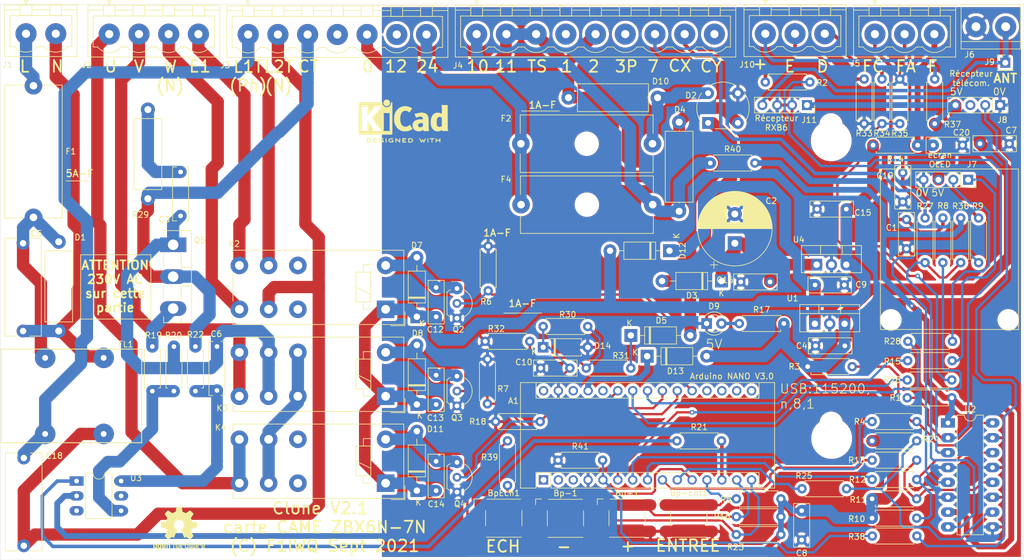
<source format=kicad_pcb>
(kicad_pcb (version 20171130) (host pcbnew "(5.1.10)-1")
  (layers (0 F.Cu signal) (31 B.Cu signal) (34 B.Paste user) (35 F.Paste user) (36 B.SilkS user) (37 F.SilkS user) (38 B.Mask user) (39 F.Mask user) (44 Edge.Cuts user))
  (net 0 "")
  (net 1 "Net-(A1-Pad1)")
  (net 2 "Net-(A1-Pad17)")
  (net 3 "Net-(A1-Pad2)")
  (net 4 "Net-(A1-Pad18)")
  (net 5 "Net-(A1-Pad3)")
  (net 6 GND)
  (net 7 R2)
  (net 8 /DATA)
  (net 9 R3)
  (net 10 R4)
  (net 11 "Net-(A1-Pad7)")
  (net 12 /SDA)
  (net 13 "Net-(A1-Pad8)")
  (net 14 /SCL)
  (net 15 "Net-(A1-Pad9)")
  (net 16 "Net-(A1-Pad10)")
  (net 17 "Net-(A1-Pad28)")
  (net 18 Var)
  (net 19 "Net-(A1-Pad30)")
  (net 20 "Net-(A1-Pad16)")
  (net 21 24V)
  (net 22 Ph)
  (net 23 N)
  (net 24 "Net-(C6-Pad1)")
  (net 25 /0)
  (net 26 /10)
  (net 27 "Net-(D9-Pad2)")
  (net 28 "Net-(F1-Pad1)")
  (net 29 /12)
  (net 30 /24)
  (net 31 /puissance/E1)
  (net 32 /puissance/W)
  (net 33 /puissance/V)
  (net 34 /puissance/U)
  (net 35 CT)
  (net 36 "Net-(J3-Pad4)")
  (net 37 /1)
  (net 38 /3P)
  (net 39 /7)
  (net 40 /CX)
  (net 41 /CY)
  (net 42 /F)
  (net 43 /FA)
  (net 44 /FC)
  (net 45 "Net-(J7-Pad2)")
  (net 46 "Net-(J7-Pad1)")
  (net 47 /E)
  (net 48 /D)
  (net 49 "Net-(Q5-Pad3)")
  (net 50 "Net-(R8-Pad1)")
  (net 51 "Net-(R9-Pad1)")
  (net 52 "Net-(R10-Pad2)")
  (net 53 "Net-(R11-Pad2)")
  (net 54 "Net-(R21-Pad1)")
  (net 55 "Net-(U3-Pad5)")
  (net 56 "Net-(U3-Pad3)")
  (net 57 "Net-(K2-Pad12)")
  (net 58 "Net-(K2-Pad22)")
  (net 59 "Net-(K3-Pad12)")
  (net 60 "Net-(K4-Pad12)")
  (net 61 "Net-(C3-Pad2)")
  (net 62 "Net-(C3-Pad1)")
  (net 63 "Net-(R19-Pad2)")
  (net 64 "Net-(D5-Pad1)")
  (net 65 "Net-(A1-Pad27)")
  (net 66 "Net-(R30-Pad2)")
  (net 67 /Encod)
  (net 68 "Net-(C12-Pad2)")
  (net 69 "Net-(C13-Pad2)")
  (net 70 "Net-(C14-Pad2)")
  (net 71 /Onde)
  (net 72 "Net-(J8-Pad2)")
  (net 73 "Net-(R1-Pad2)")
  (net 74 "Net-(R27-Pad2)")
  (net 75 /+)
  (net 76 /Bp+)
  (net 77 /Bp-)
  (net 78 "Net-(A1-Pad19)")
  (net 79 "Net-(K4-Pad22)")
  (net 80 /BpEch)
  (net 81 /BpEnt)
  (net 82 "Net-(J11-Pad4)")
  (net 83 /ERR)
  (net 84 "Net-(A1-Pad6)")
  (net 85 "Net-(C5-Pad1)")
  (net 86 "Net-(C5-Pad2)")
  (net 87 "Net-(D10-Pad1)")
  (net 88 /24VR)
  (net 89 "Net-(R1-Pad1)")
  (net 90 "Net-(A1-Pad26)")
  (net 91 +5V)
  (net 92 "Net-(C16-Pad1)")
  (net 93 "Net-(C9-Pad1)")
  (net 94 "Net-(R3-Pad2)")
  (net 95 "Net-(R24-Pad2)")
  (module Symbol:OSHW-Logo2_9.8x8mm_SilkScreen (layer F.Cu) (at 100.33 130.81)
    (fp_text reference FID2 hide)
    (fp_text value Fiducial hide)
  )
  (module Symbol:KiCad-Logo2_6mm_SilkScreen (layer F.Cu) (at 138.684 60.452)
    (fp_text reference FID1 hide)
    (fp_text value Fiducial hide)
  )
  (module Resistor_THT:R_Axial_DIN0207_L6.3mm_D2.5mm_P7.62mm_Horizontal (layer F.Cu) (at 165.1 119.126)
    (fp_text reference R41 (at 3.81 -2.37) (layer F.SilkS))
    (fp_text value 47k)
    (pad 2 thru_hole oval (at 7.62 0) (size 1.6 1.6) (drill 0.8) (layers *.Cu *.Mask) (net 8 /DATA))
    (pad 1 thru_hole circle (at 0 0) (size 1.6 1.6) (drill 0.8) (layers *.Cu *.Mask) (net 6 GND))
  )
  (module Capacitor_THT:C_Rect_L7.2mm_W2.5mm_P5.00mm_FKS2_FKP2_MKS2_MKP2 (layer F.Cu) (at 229.235 65.278)
    (fp_text reference C20 (at 4.826 -2.159) (layer F.SilkS))
    (fp_text value 100nF)
    (pad 2 thru_hole circle (at 5 0) (size 1.6 1.6) (drill 0.8) (layers *.Cu *.Mask) (net 6 GND))
    (pad 1 thru_hole circle (at 0 0) (size 1.6 1.6) (drill 0.8) (layers *.Cu *.Mask) (net 42 /F))
  )
  (module Capacitor_THT:C_Rect_L7.2mm_W2.5mm_P5.00mm_FKS2_FKP2_MKS2_MKP2 (layer F.Cu) (at 224.028 69.977 270)
    (fp_text reference C19 (at 0.508 3.048 180) (layer F.SilkS))
    (fp_text value 100nF)
    (pad 2 thru_hole circle (at 5 0 270) (size 1.6 1.6) (drill 0.8) (layers *.Cu *.Mask) (net 6 GND))
    (pad 1 thru_hole circle (at 0 0 270) (size 1.6 1.6) (drill 0.8) (layers *.Cu *.Mask) (net 43 /FA))
  )
  (module Capacitor_THT:C_Rect_L7.2mm_W2.5mm_P5.00mm_FKS2_FKP2_MKS2_MKP2 (layer F.Cu) (at 224.663 77.978 270)
    (fp_text reference C1 (at 1.397 2.54 180) (layer F.SilkS))
    (fp_text value 100nF)
    (pad 2 thru_hole circle (at 5 0 270) (size 1.6 1.6) (drill 0.8) (layers *.Cu *.Mask) (net 6 GND))
    (pad 1 thru_hole circle (at 0 0 270) (size 1.6 1.6) (drill 0.8) (layers *.Cu *.Mask) (net 44 /FC))
  )
  (module Diode_THT:D_DO-41_SOD81_P10.16mm_Horizontal (layer F.Cu) (at 193.04 88.5 180)
    (fp_text reference D3 (at 5.08 -2.47) (layer F.SilkS))
    (fp_text value 1N4004)
    (fp_text user K (at 0 -2.1) (layer F.SilkS))
    (pad 2 thru_hole oval (at 10.16 0 180) (size 2.2 2.2) (drill 1.1) (layers *.Cu *.Mask) (net 88 /24VR))
    (pad 1 thru_hole rect (at 0 0 180) (size 2.2 2.2) (drill 1.1) (layers *.Cu *.Mask) (net 92 "Net-(C16-Pad1)"))
  )
  (module Resistor_THT:R_Axial_DIN0207_L6.3mm_D2.5mm_P7.62mm_Horizontal (layer F.Cu) (at 191.135 68.326)
    (fp_text reference R40 (at 3.81 -2.37) (layer F.SilkS))
    (fp_text value 220)
    (pad 2 thru_hole oval (at 7.62 0) (size 1.6 1.6) (drill 0.8) (layers *.Cu *.Mask) (net 89 "Net-(R1-Pad1)"))
    (pad 1 thru_hole circle (at 0 0) (size 1.6 1.6) (drill 0.8) (layers *.Cu *.Mask) (net 26 /10))
  )
  (module Filter:Filtre_wurth (layer F.Cu) (at 75.438 103.632)
    (fp_text reference FL1 (at 15.748 -4.318) (layer F.SilkS))
    (fp_text value "Wurth 7446223001")
    (pad 4 thru_hole circle (at 12 11) (size 3.5 3.5) (drill 1) (layers *.Cu *.Mask) (net 23 N))
    (pad 3 thru_hole circle (at 12 -2) (size 3.5 3.5) (drill 1) (layers *.Cu *.Mask) (net 86 "Net-(C5-Pad2)"))
    (pad 2 thru_hole circle (at 2 11) (size 3.5 3.5) (drill 1) (layers *.Cu *.Mask) (net 22 Ph))
    (pad 1 thru_hole circle (at 2 -2) (size 3.5 3.5) (drill 1) (layers *.Cu *.Mask) (net 85 "Net-(C5-Pad1)"))
  )
  (module Resistor_THT:R_Axial_DIN0207_L6.3mm_D2.5mm_P7.62mm_Horizontal (layer F.Cu) (at 103.124 107.315 90)
    (fp_text reference R22 (at 9.652 0 180) (layer F.SilkS))
    (fp_text value 1k)
    (pad 1 thru_hole circle (at 0 0 90) (size 1.6 1.6) (drill 0.8) (layers *.Cu *.Mask) (net 24 "Net-(C6-Pad1)"))
    (pad 2 thru_hole oval (at 7.62 0 90) (size 1.6 1.6) (drill 0.8) (layers *.Cu *.Mask) (net 35 CT))
  )
  (module Resistor_THT:R_Axial_DIN0207_L6.3mm_D2.5mm_P7.62mm_Horizontal (layer F.Cu) (at 99.441 107.315 90)
    (fp_text reference R20 (at 9.5415 -0.0655 180) (layer F.SilkS))
    (fp_text value 1k)
    (pad 2 thru_hole oval (at 7.62 0 90) (size 1.6 1.6) (drill 0.8) (layers *.Cu *.Mask) (net 61 "Net-(C3-Pad2)"))
    (pad 1 thru_hole circle (at 0 0 90) (size 1.6 1.6) (drill 0.8) (layers *.Cu *.Mask) (net 63 "Net-(R19-Pad2)"))
  )
  (module Capacitor_THT:C_Rect_L16.5mm_W6.0mm_P15.00mm_MKT (layer F.Cu) (at 73.787 118.745 270)
    (fp_text reference C18 (at -0.381 -5.207 180) (layer F.SilkS))
    (fp_text value "100nF 400V")
    (pad 2 thru_hole circle (at 15 0 270) (size 2.2 2.2) (drill 1.1) (layers *.Cu *.Mask) (net 23 N))
    (pad 1 thru_hole circle (at 0 0 270) (size 2.2 2.2) (drill 1.1) (layers *.Cu *.Mask) (net 22 Ph))
  )
  (module Capacitor_THT:C_Rect_L16.5mm_W6.0mm_P15.00mm_MKT (layer F.Cu) (at 73.66 82.042 270)
    (fp_text reference C5 (at -1.651 -2.286) (layer F.SilkS))
    (fp_text value "100nF 400V")
    (pad 1 thru_hole circle (at 0 0 270) (size 2.2 2.2) (drill 1.1) (layers *.Cu *.Mask) (net 85 "Net-(C5-Pad1)"))
    (pad 2 thru_hole circle (at 15 0 270) (size 2.2 2.2) (drill 1.1) (layers *.Cu *.Mask) (net 86 "Net-(C5-Pad2)"))
  )
  (module Connector_PinSocket_2.54mm:PinSocket_1x04_P2.54mm_Vertical (layer F.Cu) (at 240.665 58.42 270)
    (fp_text reference J8 (at 2.54 -0.381 180) (layer F.SilkS))
    (fp_text value Conn_01x04)
    (pad 4 thru_hole oval (at 0 7.62 270) (size 1.7 1.7) (drill 1) (layers *.Cu *.Mask) (net 91 +5V))
    (pad 3 thru_hole oval (at 0 5.08 270) (size 1.7 1.7) (drill 1) (layers *.Cu *.Mask) (net 83 /ERR))
    (pad 2 thru_hole oval (at 0 2.54 270) (size 1.7 1.7) (drill 1) (layers *.Cu *.Mask) (net 72 "Net-(J8-Pad2)"))
    (pad 1 thru_hole rect (at 0 0 270) (size 1.7 1.7) (drill 1) (layers *.Cu *.Mask) (net 6 GND))
  )
  (module Connector_PinSocket_2.54mm:PinSocket_1x04_P2.54mm_Vertical (layer F.Cu) (at 235.2 71.1795 270)
    (fp_text reference J7 (at -2.5995 -0.639 180) (layer F.SilkS))
    (fp_text value Conn_01x04)
    (pad 4 thru_hole oval (at 0 7.62 270) (size 1.7 1.7) (drill 1) (layers *.Cu *.Mask) (net 6 GND))
    (pad 3 thru_hole oval (at 0 5.08 270) (size 1.7 1.7) (drill 1) (layers *.Cu *.Mask) (net 91 +5V))
    (pad 2 thru_hole oval (at 0 2.54 270) (size 1.7 1.7) (drill 1) (layers *.Cu *.Mask) (net 45 "Net-(J7-Pad2)"))
    (pad 1 thru_hole rect (at 0 0 270) (size 1.7 1.7) (drill 1) (layers *.Cu *.Mask) (net 46 "Net-(J7-Pad1)"))
  )
  (module Connector_PinSocket_2.54mm:PinSocket_1x04_P2.54mm_Vertical (layer F.Cu) (at 207.645 58.42 270)
    (fp_text reference J11 (at 2.54 -0.381 180) (layer F.SilkS))
    (fp_text value Conn_01x04)
    (pad 4 thru_hole oval (at 0 7.62 270) (size 1.7 1.7) (drill 1) (layers *.Cu *.Mask) (net 82 "Net-(J11-Pad4)"))
    (pad 3 thru_hole oval (at 0 5.08 270) (size 1.7 1.7) (drill 1) (layers *.Cu *.Mask) (net 6 GND))
    (pad 2 thru_hole oval (at 0 2.54 270) (size 1.7 1.7) (drill 1) (layers *.Cu *.Mask) (net 6 GND))
    (pad 1 thru_hole rect (at 0 0 270) (size 1.7 1.7) (drill 1) (layers *.Cu *.Mask) (net 91 +5V))
  )
  (module Connector_Phoenix_MSTB:PhoenixContact_MSTBVA_2,5_4-G-5,08_1x04_P5.08mm_Vertical (layer F.Cu) (at 88.392 46.2915)
    (fp_text reference J2 (at -3.81 5.2705) (layer F.SilkS))
    (fp_text value Conn_01x04_Male)
    (pad 4 thru_hole circle (at 15.24 0) (size 3.6 3.6) (drill 1.4) (layers *.Cu *.Mask) (net 31 /puissance/E1))
    (pad 3 thru_hole circle (at 10.16 0) (size 3.6 3.6) (drill 1.4) (layers *.Cu *.Mask) (net 32 /puissance/W))
    (pad 2 thru_hole circle (at 5.08 0) (size 3.6 3.6) (drill 1.4) (layers *.Cu *.Mask) (net 33 /puissance/V))
    (pad 1 thru_hole circle (at 0 0) (size 3.6 3.6) (drill 1.4) (layers *.Cu *.Mask) (net 34 /puissance/U))
  )
  (module Connector_Phoenix_MSTB:PhoenixContact_MSTBVA_2,5_9-G-5,08_1x09_P5.08mm_Vertical (layer F.Cu) (at 151.1935 46.2915)
    (fp_text reference J4 (at -3.2004 5.36448) (layer F.SilkS))
    (fp_text value Conn_01x09_Male)
    (pad 9 thru_hole circle (at 40.64 0) (size 3.6 3.6) (drill 1.4) (layers *.Cu *.Mask) (net 41 /CY))
    (pad 8 thru_hole circle (at 35.56 0) (size 3.6 3.6) (drill 1.4) (layers *.Cu *.Mask) (net 40 /CX))
    (pad 7 thru_hole circle (at 30.48 0) (size 3.6 3.6) (drill 1.4) (layers *.Cu *.Mask) (net 39 /7))
    (pad 6 thru_hole circle (at 25.4 0) (size 3.6 3.6) (drill 1.4) (layers *.Cu *.Mask) (net 38 /3P))
    (pad 5 thru_hole circle (at 20.32 0) (size 3.6 3.6) (drill 1.4) (layers *.Cu *.Mask) (net 25 /0))
    (pad 4 thru_hole circle (at 15.24 0) (size 3.6 3.6) (drill 1.4) (layers *.Cu *.Mask) (net 37 /1))
    (pad 3 thru_hole circle (at 10.16 0) (size 3.6 3.6) (drill 1.4) (layers *.Cu *.Mask) (net 25 /0))
    (pad 2 thru_hole circle (at 5.08 0) (size 3.6 3.6) (drill 1.4) (layers *.Cu *.Mask) (net 25 /0))
    (pad 1 thru_hole circle (at 0 0) (size 3.6 3.6) (drill 1.4) (layers *.Cu *.Mask) (net 26 /10))
  )
  (module Connector_Phoenix_MSTB:PhoenixContact_MSTBVA_2,5_7-G-5,08_1x07_P5.08mm_Vertical (layer F.Cu) (at 112.141 46.355)
    (fp_text reference J3 (at -3.9116 5.24764) (layer F.SilkS))
    (fp_text value Conn_01x07_Male)
    (pad 7 thru_hole circle (at 30.48 0) (size 3.6 3.6) (drill 1.4) (layers *.Cu *.Mask) (net 30 /24))
    (pad 6 thru_hole circle (at 25.4 0) (size 3.6 3.6) (drill 1.4) (layers *.Cu *.Mask) (net 29 /12))
    (pad 5 thru_hole circle (at 20.32 0) (size 3.6 3.6) (drill 1.4) (layers *.Cu *.Mask) (net 25 /0))
    (pad 4 thru_hole circle (at 15.24 0) (size 3.6 3.6) (drill 1.4) (layers *.Cu *.Mask) (net 36 "Net-(J3-Pad4)"))
    (pad 3 thru_hole circle (at 10.16 0) (size 3.6 3.6) (drill 1.4) (layers *.Cu *.Mask) (net 35 CT))
    (pad 2 thru_hole circle (at 5.08 0) (size 3.6 3.6) (drill 1.4) (layers *.Cu *.Mask) (net 23 N))
    (pad 1 thru_hole circle (at 0 0) (size 3.6 3.6) (drill 1.4) (layers *.Cu *.Mask) (net 22 Ph))
  )
  (module Resistor_THT:R_Axial_DIN0207_L6.3mm_D2.5mm_P7.62mm_Horizontal (layer F.Cu) (at 195.58 125.73)
    (fp_text reference R5 (at -1.778 0.127) (layer F.SilkS))
    (fp_text value 5,6k)
    (pad 2 thru_hole oval (at 7.62 0) (size 1.6 1.6) (drill 0.8) (layers *.Cu *.Mask) (net 91 +5V))
    (pad 1 thru_hole circle (at 0 0) (size 1.6 1.6) (drill 0.8) (layers *.Cu *.Mask) (net 81 /BpEnt))
  )
  (module Button_Switch_SMD:SW_SPST_Omron_B3FS-101xP (layer F.Cu) (at 187.452 129.032)
    (fp_text reference Bp-Ent1 (at 0 -4.3) (layer F.SilkS))
    (fp_text value SW_MEC_5E)
    (pad 3 smd rect (at -4 2.25 180) (size 1.6 1.4) (layers F.Cu F.Paste F.Mask) (net 6 GND))
    (pad 4 smd rect (at 4 2.25 180) (size 1.6 1.4) (layers F.Cu F.Paste F.Mask) (net 6 GND))
    (pad 1 smd rect (at -4 -2.25 180) (size 1.6 1.4) (layers F.Cu F.Paste F.Mask) (net 81 /BpEnt))
    (pad 2 smd rect (at 4 -2.25 180) (size 1.6 1.4) (layers F.Cu F.Paste F.Mask) (net 81 /BpEnt))
  )
  (module Resistor_THT:R_Axial_DIN0207_L6.3mm_D2.5mm_P7.62mm_Horizontal (layer F.Cu) (at 156.464 123.444 90)
    (fp_text reference R39 (at 4.826 -3.048 180) (layer F.SilkS))
    (fp_text value 5,6k)
    (pad 2 thru_hole oval (at 7.62 0 90) (size 1.6 1.6) (drill 0.8) (layers *.Cu *.Mask) (net 91 +5V))
    (pad 1 thru_hole circle (at 0 0 90) (size 1.6 1.6) (drill 0.8) (layers *.Cu *.Mask) (net 80 /BpEch))
  )
  (module Button_Switch_SMD:SW_SPST_Omron_B3FS-101xP (layer F.Cu) (at 155.829 129.032)
    (fp_text reference BpEch1 (at 0 -4.3) (layer F.SilkS))
    (fp_text value SW_MEC_5E)
    (pad 3 smd rect (at -4 2.25 180) (size 1.6 1.4) (layers F.Cu F.Paste F.Mask) (net 6 GND))
    (pad 4 smd rect (at 4 2.25 180) (size 1.6 1.4) (layers F.Cu F.Paste F.Mask) (net 6 GND))
    (pad 1 smd rect (at -4 -2.25 180) (size 1.6 1.4) (layers F.Cu F.Paste F.Mask) (net 80 /BpEch))
    (pad 2 smd rect (at 4 -2.25 180) (size 1.6 1.4) (layers F.Cu F.Paste F.Mask) (net 80 /BpEch))
  )
  (module Resistor_THT:R_Axial_DIN0414_L11.9mm_D4.5mm_P15.24mm_Horizontal (layer F.Cu) (at 182.118 57.15 180)
    (fp_text reference D10 (at -0.508 2.794) (layer F.SilkS))
    (fp_text value 1.5KE39CA)
    (pad 2 thru_hole oval (at 15.24 0 180) (size 2.4 2.4) (drill 1.2) (layers *.Cu *.Mask) (net 25 /0))
    (pad 1 thru_hole circle (at 0 0 180) (size 2.4 2.4) (drill 1.2) (layers *.Cu *.Mask) (net 87 "Net-(D10-Pad1)"))
  )
  (module Resistor_THT:R_Axial_DIN0414_L11.9mm_D4.5mm_P15.24mm_Horizontal (layer F.Cu) (at 185.801 76.581 90)
    (fp_text reference D4 (at 17.399 0.127 180) (layer F.SilkS))
    (fp_text value 1.5KE39CA)
    (pad 2 thru_hole oval (at 15.24 0 90) (size 2.4 2.4) (drill 1.2) (layers *.Cu *.Mask) (net 25 /0))
    (pad 1 thru_hole circle (at 0 0 90) (size 2.4 2.4) (drill 1.2) (layers *.Cu *.Mask) (net 26 /10))
  )
  (module Resistor_THT:R_Axial_DIN0414_L11.9mm_D4.5mm_P15.24mm_Horizontal (layer F.Cu) (at 79.756 97.028 90)
    (fp_text reference D1 (at 16.002 3.683 180) (layer F.SilkS))
    (fp_text value 1.5KE400CA)
    (pad 2 thru_hole oval (at 15.24 0 90) (size 2.4 2.4) (drill 1.2) (layers *.Cu *.Mask) (net 85 "Net-(C5-Pad1)"))
    (pad 1 thru_hole circle (at 0 0 90) (size 2.4 2.4) (drill 1.2) (layers *.Cu *.Mask) (net 86 "Net-(C5-Pad2)"))
  )
  (module Resistor_THT:R_Axial_DIN0207_L6.3mm_D2.5mm_P7.62mm_Horizontal (layer F.Cu) (at 226.441 132.08 180)
    (fp_text reference R38 (at 10.287 -0.127) (layer F.SilkS))
    (fp_text value 1,2k)
    (pad 2 thru_hole oval (at 7.62 0 180) (size 1.6 1.6) (drill 0.8) (layers *.Cu *.Mask) (net 8 /DATA))
    (pad 1 thru_hole circle (at 0 0 180) (size 1.6 1.6) (drill 0.8) (layers *.Cu *.Mask) (net 72 "Net-(J8-Pad2)"))
  )
  (module Button_Switch_SMD:SW_SPST_Omron_B3FS-101xP (layer F.Cu) (at 176.911 129.032)
    (fp_text reference Bp+1 (at 0 -4.3) (layer F.SilkS))
    (fp_text value SW_MEC_5E)
    (pad 3 smd rect (at -4 2.25 180) (size 1.6 1.4) (layers F.Cu F.Paste F.Mask) (net 6 GND))
    (pad 4 smd rect (at 4 2.25 180) (size 1.6 1.4) (layers F.Cu F.Paste F.Mask) (net 6 GND))
    (pad 1 smd rect (at -4 -2.25 180) (size 1.6 1.4) (layers F.Cu F.Paste F.Mask) (net 76 /Bp+))
    (pad 2 smd rect (at 4 -2.25 180) (size 1.6 1.4) (layers F.Cu F.Paste F.Mask) (net 76 /Bp+))
  )
  (module Button_Switch_SMD:SW_SPST_Omron_B3FS-101xP (layer F.Cu) (at 166.37 129.051)
    (fp_text reference Bp-1 (at 0 -4.3) (layer F.SilkS))
    (fp_text value SW_MEC_5E)
    (pad 3 smd rect (at -4 2.25 180) (size 1.6 1.4) (layers F.Cu F.Paste F.Mask) (net 6 GND))
    (pad 4 smd rect (at 4 2.25 180) (size 1.6 1.4) (layers F.Cu F.Paste F.Mask) (net 6 GND))
    (pad 1 smd rect (at -4 -2.25 180) (size 1.6 1.4) (layers F.Cu F.Paste F.Mask) (net 77 /Bp-))
    (pad 2 smd rect (at 4 -2.25 180) (size 1.6 1.4) (layers F.Cu F.Paste F.Mask) (net 77 /Bp-))
  )
  (module Resistor_THT:R_Axial_DIN0207_L6.3mm_D2.5mm_P7.62mm_Horizontal (layer F.Cu) (at 229.489 53.975 270)
    (fp_text reference R37 (at 7.747 -3.048 180) (layer F.SilkS))
    (fp_text value 0)
    (pad 2 thru_hole oval (at 7.62 0 270) (size 1.6 1.6) (drill 0.8) (layers *.Cu *.Mask) (net 91 +5V))
    (pad 1 thru_hole circle (at 0 0 270) (size 1.6 1.6) (drill 0.8) (layers *.Cu *.Mask) (net 75 /+))
  )
  (module Relay_THT:Relay_socket_95.15.2 (layer F.Cu) (at 124.968 119.746 180)
    (fp_text reference K4 (at 17.526 6.208) (layer F.SilkS))
    (fp_text value "Finder 40.61.9.024V")
    (pad "" np_thru_hole circle (at -3.2131 0.4445 180) (size 3.3 3.3) (drill 3.3) (layers *.Cu *.Mask))
    (pad 14 thru_hole circle (at 14.332 -3.302 180) (size 3 3) (drill 1.5) (layers *.Cu *.Mask) (net 34 /puissance/U))
    (pad 21 thru_hole circle (at 9.332 4.198 180) (size 3 3) (drill 1.5) (layers *.Cu *.Mask) (net 59 "Net-(K3-Pad12)"))
    (pad 12 thru_hole circle (at 4.332 -3.302 180) (size 3 3) (drill 1.5) (layers *.Cu *.Mask) (net 60 "Net-(K4-Pad12)"))
    (pad 22 thru_hole circle (at 4.332 4.198 180) (size 3 3) (drill 1.5) (layers *.Cu *.Mask) (net 79 "Net-(K4-Pad22)"))
    (pad 24 thru_hole circle (at 14.332 4.198 180) (size 3 3) (drill 1.5) (layers *.Cu *.Mask) (net 34 /puissance/U))
    (pad 11 thru_hole circle (at 9.332 -3.302 180) (size 3 3) (drill 1.5) (layers *.Cu *.Mask) (net 59 "Net-(K3-Pad12)"))
    (pad A2 thru_hole circle (at -10.668 4.198 180) (size 3 3) (drill 1.5) (layers *.Cu *.Mask) (net 70 "Net-(C14-Pad2)"))
    (pad A1 thru_hole rect (at -10.668 -3.302 180) (size 3 3) (drill 1.5) (layers *.Cu *.Mask) (net 21 24V))
  )
  (module Relay_THT:Relay_socket_95.15.2 (layer F.Cu) (at 124.968 104.887 180)
    (fp_text reference K3 (at 17.272 -5.349) (layer F.SilkS))
    (fp_text value "Finder 40.61.9.024V")
    (pad "" np_thru_hole circle (at -3.2131 0.4445 180) (size 3.3 3.3) (drill 3.3) (layers *.Cu *.Mask))
    (pad 14 thru_hole circle (at 14.332 -3.302 180) (size 3 3) (drill 1.5) (layers *.Cu *.Mask) (net 33 /puissance/V))
    (pad 21 thru_hole circle (at 9.332 4.198 180) (size 3 3) (drill 1.5) (layers *.Cu *.Mask) (net 61 "Net-(C3-Pad2)"))
    (pad 12 thru_hole circle (at 4.332 -3.302 180) (size 3 3) (drill 1.5) (layers *.Cu *.Mask) (net 59 "Net-(K3-Pad12)"))
    (pad 22 thru_hole circle (at 4.332 4.198 180) (size 3 3) (drill 1.5) (layers *.Cu *.Mask) (net 59 "Net-(K3-Pad12)"))
    (pad 24 thru_hole circle (at 14.332 4.198 180) (size 3 3) (drill 1.5) (layers *.Cu *.Mask) (net 33 /puissance/V))
    (pad 11 thru_hole circle (at 9.332 -3.302 180) (size 3 3) (drill 1.5) (layers *.Cu *.Mask) (net 61 "Net-(C3-Pad2)"))
    (pad A2 thru_hole circle (at -10.668 4.198 180) (size 3 3) (drill 1.5) (layers *.Cu *.Mask) (net 69 "Net-(C13-Pad2)"))
    (pad A1 thru_hole rect (at -10.668 -3.302 180) (size 3 3) (drill 1.5) (layers *.Cu *.Mask) (net 21 24V))
  )
  (module Relay_THT:Relay_socket_95.15.2 (layer F.Cu) (at 124.968 90.028 180)
    (fp_text reference K2 (at 15.24 7.874) (layer F.SilkS))
    (fp_text value "Finder 40.62.9.024V")
    (pad "" np_thru_hole circle (at -3.2131 0.4445 180) (size 3.3 3.3) (drill 3.3) (layers *.Cu *.Mask))
    (pad 14 thru_hole circle (at 14.332 -3.302 180) (size 3 3) (drill 1.5) (layers *.Cu *.Mask) (net 32 /puissance/W))
    (pad 21 thru_hole circle (at 9.332 4.198 180) (size 3 3) (drill 1.5) (layers *.Cu *.Mask) (net 22 Ph))
    (pad 12 thru_hole circle (at 4.332 -3.302 180) (size 3 3) (drill 1.5) (layers *.Cu *.Mask) (net 57 "Net-(K2-Pad12)"))
    (pad 22 thru_hole circle (at 4.332 4.198 180) (size 3 3) (drill 1.5) (layers *.Cu *.Mask) (net 58 "Net-(K2-Pad22)"))
    (pad 24 thru_hole circle (at 14.332 4.198 180) (size 3 3) (drill 1.5) (layers *.Cu *.Mask) (net 31 /puissance/E1))
    (pad 11 thru_hole circle (at 9.332 -3.302 180) (size 3 3) (drill 1.5) (layers *.Cu *.Mask) (net 23 N))
    (pad A2 thru_hole circle (at -10.668 4.198 180) (size 3 3) (drill 1.5) (layers *.Cu *.Mask) (net 68 "Net-(C12-Pad2)"))
    (pad A1 thru_hole rect (at -10.668 -3.302 180) (size 3 3) (drill 1.5) (layers *.Cu *.Mask) (net 21 24V))
  )
  (module Capacitor_THT:C_Rect_L7.2mm_W2.5mm_P5.00mm_FKS2_FKP2_MKS2_MKP2 (layer F.Cu) (at 144.272 124.318 90)
    (fp_text reference C14 (at -2.301 0 180) (layer F.SilkS))
    (fp_text value "100 nF")
    (pad 2 thru_hole circle (at 5 0 90) (size 1.6 1.6) (drill 0.8) (layers *.Cu *.Mask) (net 70 "Net-(C14-Pad2)"))
    (pad 1 thru_hole circle (at 0 0 90) (size 1.6 1.6) (drill 0.8) (layers *.Cu *.Mask) (net 21 24V))
  )
  (module Capacitor_THT:C_Rect_L7.2mm_W2.5mm_P5.00mm_FKS2_FKP2_MKS2_MKP2 (layer F.Cu) (at 144.272 109.586 90)
    (fp_text reference C13 (at -2.301 -0.127 180) (layer F.SilkS))
    (fp_text value "100 nF")
    (pad 2 thru_hole circle (at 5 0 90) (size 1.6 1.6) (drill 0.8) (layers *.Cu *.Mask) (net 69 "Net-(C13-Pad2)"))
    (pad 1 thru_hole circle (at 0 0 90) (size 1.6 1.6) (drill 0.8) (layers *.Cu *.Mask) (net 21 24V))
  )
  (module Capacitor_THT:C_Rect_L7.2mm_W2.5mm_P5.00mm_FKS2_FKP2_MKS2_MKP2 (layer F.Cu) (at 144.272 94.6 90)
    (fp_text reference C12 (at -2.174 -0.127 180) (layer F.SilkS))
    (fp_text value "100 nF")
    (pad 2 thru_hole circle (at 5 0 90) (size 1.6 1.6) (drill 0.8) (layers *.Cu *.Mask) (net 68 "Net-(C12-Pad2)"))
    (pad 1 thru_hole circle (at 0 0 90) (size 1.6 1.6) (drill 0.8) (layers *.Cu *.Mask) (net 21 24V))
  )
  (module Resistor_THT:R_Axial_DIN0207_L6.3mm_D2.5mm_P7.62mm_Horizontal (layer F.Cu) (at 195.58 131.826)
    (fp_text reference R23 (at -0.127 2.159) (layer F.SilkS))
    (fp_text value 5,6k)
    (pad 2 thru_hole oval (at 7.62 0) (size 1.6 1.6) (drill 0.8) (layers *.Cu *.Mask) (net 91 +5V))
    (pad 1 thru_hole circle (at 0 0) (size 1.6 1.6) (drill 0.8) (layers *.Cu *.Mask) (net 77 /Bp-))
  )
  (module Resistor_THT:R_Axial_DIN0207_L6.3mm_D2.5mm_P7.62mm_Horizontal (layer F.Cu) (at 233.934 77.724 270)
    (fp_text reference R36 (at -2.032 0 180) (layer F.SilkS))
    (fp_text value 47k)
    (pad 2 thru_hole oval (at 7.62 0 270) (size 1.6 1.6) (drill 0.8) (layers *.Cu *.Mask) (net 74 "Net-(R27-Pad2)"))
    (pad 1 thru_hole circle (at 0 0 270) (size 1.6 1.6) (drill 0.8) (layers *.Cu *.Mask) (net 89 "Net-(R1-Pad1)"))
  )
  (module Resistor_THT:R_Axial_DIN0207_L6.3mm_D2.5mm_P7.62mm_Horizontal (layer F.Cu) (at 227.838 77.724 270)
    (fp_text reference R27 (at -2.032 0 180) (layer F.SilkS))
    (fp_text value 4,7k)
    (pad 2 thru_hole oval (at 7.62 0 270) (size 1.6 1.6) (drill 0.8) (layers *.Cu *.Mask) (net 74 "Net-(R27-Pad2)"))
    (pad 1 thru_hole circle (at 0 0 270) (size 1.6 1.6) (drill 0.8) (layers *.Cu *.Mask) (net 39 /7))
  )
  (module Capacitor_THT:C_Rect_L7.2mm_W2.5mm_P5.00mm_FKS2_FKP2_MKS2_MKP2 (layer F.Cu) (at 214.376 76.2 180)
    (fp_text reference C15 (at -2.84 -0.61) (layer F.SilkS))
    (fp_text value 100nF)
    (pad 2 thru_hole circle (at 5 0 180) (size 1.6 1.6) (drill 0.8) (layers *.Cu *.Mask) (net 6 GND))
    (pad 1 thru_hole circle (at 0 0 180) (size 1.6 1.6) (drill 0.8) (layers *.Cu *.Mask) (net 21 24V))
  )
  (module Resistor_THT:R_Axial_DIN0207_L6.3mm_D2.5mm_P7.62mm_Horizontal (layer F.Cu) (at 153.162 90.17 90)
    (fp_text reference R6 (at -1.85 -0.36) (layer F.SilkS))
    (fp_text value 12k)
    (pad 2 thru_hole oval (at 7.62 0 90) (size 1.6 1.6) (drill 0.8) (layers *.Cu *.Mask) (net 6 GND))
    (pad 1 thru_hole circle (at 0 0 90) (size 1.6 1.6) (drill 0.8) (layers *.Cu *.Mask) (net 7 R2))
  )
  (module Package_DIP:DIP-16_W7.62mm_LongPads (layer F.Cu) (at 231.75 112.75)
    (fp_text reference U2 (at 3.81 -2.33) (layer F.SilkS))
    (fp_text value ACPL-844)
    (pad 16 thru_hole oval (at 7.62 0) (size 2.4 1.6) (drill 0.8) (layers *.Cu *.Mask) (net 94 "Net-(R3-Pad2)"))
    (pad 8 thru_hole oval (at 0 17.78) (size 2.4 1.6) (drill 0.8) (layers *.Cu *.Mask) (net 74 "Net-(R27-Pad2)"))
    (pad 15 thru_hole oval (at 7.62 2.54) (size 2.4 1.6) (drill 0.8) (layers *.Cu *.Mask) (net 6 GND))
    (pad 7 thru_hole oval (at 0 15.24) (size 2.4 1.6) (drill 0.8) (layers *.Cu *.Mask) (net 89 "Net-(R1-Pad1)"))
    (pad 14 thru_hole oval (at 7.62 5.08) (size 2.4 1.6) (drill 0.8) (layers *.Cu *.Mask) (net 52 "Net-(R10-Pad2)"))
    (pad 6 thru_hole oval (at 0 12.7) (size 2.4 1.6) (drill 0.8) (layers *.Cu *.Mask) (net 6 GND))
    (pad 13 thru_hole oval (at 7.62 7.62) (size 2.4 1.6) (drill 0.8) (layers *.Cu *.Mask) (net 6 GND))
    (pad 5 thru_hole oval (at 0 10.16) (size 2.4 1.6) (drill 0.8) (layers *.Cu *.Mask) (net 51 "Net-(R9-Pad1)"))
    (pad 12 thru_hole oval (at 7.62 10.16) (size 2.4 1.6) (drill 0.8) (layers *.Cu *.Mask) (net 53 "Net-(R11-Pad2)"))
    (pad 4 thru_hole oval (at 0 7.62) (size 2.4 1.6) (drill 0.8) (layers *.Cu *.Mask) (net 6 GND))
    (pad 11 thru_hole oval (at 7.62 12.7) (size 2.4 1.6) (drill 0.8) (layers *.Cu *.Mask) (net 6 GND))
    (pad 3 thru_hole oval (at 0 5.08) (size 2.4 1.6) (drill 0.8) (layers *.Cu *.Mask) (net 50 "Net-(R8-Pad1)"))
    (pad 10 thru_hole oval (at 7.62 15.24) (size 2.4 1.6) (drill 0.8) (layers *.Cu *.Mask) (net 95 "Net-(R24-Pad2)"))
    (pad 2 thru_hole oval (at 0 2.54) (size 2.4 1.6) (drill 0.8) (layers *.Cu *.Mask) (net 73 "Net-(R1-Pad2)"))
    (pad 9 thru_hole oval (at 7.62 17.78) (size 2.4 1.6) (drill 0.8) (layers *.Cu *.Mask) (net 6 GND))
    (pad 1 thru_hole rect (at 0 0) (size 2.4 1.6) (drill 0.8) (layers *.Cu *.Mask) (net 89 "Net-(R1-Pad1)"))
  )
  (module Capacitor_THT:C_Rect_L7.2mm_W2.5mm_P5.00mm_FKS2_FKP2_MKS2_MKP2 (layer F.Cu) (at 201.342 88.646 180)
    (fp_text reference C16 (at 7.713 0.327) (layer F.SilkS))
    (fp_text value 100nF)
    (pad 2 thru_hole circle (at 5 0 180) (size 1.6 1.6) (drill 0.8) (layers *.Cu *.Mask) (net 6 GND))
    (pad 1 thru_hole circle (at 0 0 180) (size 1.6 1.6) (drill 0.8) (layers *.Cu *.Mask) (net 92 "Net-(C16-Pad1)"))
  )
  (module MountingHole:MountingHole_2.7mm_M2.5 (layer F.Cu) (at 242.058 95.13)
    (fp_text reference H10 hide)
    (fp_text value MountingHole)
    (pad 1 np_thru_hole circle (at 0 0) (size 2.7 2.7) (drill 2.7) (layers *.Cu *.Mask))
  )
  (module MountingHole:MountingHole_2.7mm_M2.5 (layer F.Cu) (at 222 95.13)
    (fp_text reference H9 hide)
    (fp_text value MountingHole)
    (pad 1 np_thru_hole circle (at 0 0) (size 2.7 2.7) (drill 2.7) (layers *.Cu *.Mask))
  )
  (module Package_TO_SOT_THT:TO-220-3_Vertical (layer F.Cu) (at 209.296 85.7)
    (fp_text reference U4 (at -3.055 -4.293) (layer F.SilkS))
    (fp_text value 7824)
    (pad 3 thru_hole oval (at 5.08 0) (size 1.905 2) (drill 1.1) (layers *.Cu *.Mask) (net 21 24V))
    (pad 2 thru_hole oval (at 2.54 0) (size 1.905 2) (drill 1.1) (layers *.Cu *.Mask) (net 6 GND))
    (pad 1 thru_hole rect (at 0 0) (size 1.905 2) (drill 1.1) (layers *.Cu *.Mask) (net 92 "Net-(C16-Pad1)"))
  )
  (module Capacitor_THT:C_Rect_L7.2mm_W2.5mm_P5.00mm_FKS2_FKP2_MKS2_MKP2 (layer F.Cu) (at 167.132 103.378 180)
    (fp_text reference C10 (at 7.874 1.016) (layer F.SilkS))
    (fp_text value 1nF)
    (pad 2 thru_hole circle (at 5 0 180) (size 1.6 1.6) (drill 0.8) (layers *.Cu *.Mask) (net 6 GND))
    (pad 1 thru_hole circle (at 0 0 180) (size 1.6 1.6) (drill 0.8) (layers *.Cu *.Mask) (net 71 /Onde))
  )
  (module Capacitor_THT:C_Rect_L7.2mm_W2.5mm_P5.00mm_FKS2_FKP2_MKS2_MKP2 (layer F.Cu) (at 209.042 89.154)
    (fp_text reference C9 (at 7.874 -0.046) (layer F.SilkS))
    (fp_text value 100nF)
    (pad 2 thru_hole circle (at 5 0) (size 1.6 1.6) (drill 0.8) (layers *.Cu *.Mask) (net 6 GND))
    (pad 1 thru_hole circle (at 0 0) (size 1.6 1.6) (drill 0.8) (layers *.Cu *.Mask) (net 93 "Net-(C9-Pad1)"))
  )
  (module MountingHole:MountingHole_3.2mm_M3 (layer F.Cu) (at 211.7595 61.8)
    (fp_text reference H3 hide)
    (fp_text value MountingHole)
    (pad "" np_thru_hole circle (at 0 0) (size 3 3) (drill 3) (layers *.Cu *.Mask))
  )
  (module MountingHole:MountingHole_6.4mm_M6 (layer F.Cu) (at 211.8 64.516)
    (fp_text reference H5 hide)
    (fp_text value MountingHole)
    (pad "" np_thru_hole circle (at 0 0) (size 6 6) (drill 6) (layers *.Cu *.Mask))
  )
  (module MountingHole:MountingHole_3.2mm_M3 (layer F.Cu) (at 101.7435 61.8)
    (fp_text reference H1 hide)
    (fp_text value MountingHole)
    (pad "" np_thru_hole circle (at 0 0) (size 3 3) (drill 3) (layers *.Cu *.Mask))
  )
  (module MountingHole:MountingHole_6.4mm_M6 (layer F.Cu) (at 101.7 64.4)
    (fp_text reference H6 hide)
    (fp_text value MountingHole)
    (pad "" np_thru_hole circle (at 0 0) (size 6 6) (drill 6) (layers *.Cu *.Mask))
  )
  (module MountingHole:MountingHole_3.2mm_M3 (layer F.Cu) (at 101.7435 112.8)
    (fp_text reference H2 hide)
    (fp_text value MountingHole)
    (pad "" np_thru_hole circle (at 0 0) (size 3 3) (drill 3) (layers *.Cu *.Mask))
  )
  (module MountingHole:MountingHole_6.4mm_M6 (layer F.Cu) (at 101.6635 115.4)
    (fp_text reference H8 hide)
    (fp_text value MountingHole)
    (pad "" np_thru_hole circle (at 0 0) (size 6 6) (drill 6) (layers *.Cu *.Mask))
  )
  (module MountingHole:MountingHole_3.2mm_M3 (layer F.Cu) (at 211.7835 112.8)
    (fp_text reference H4 hide)
    (fp_text value MountingHole)
    (pad "" np_thru_hole circle (at 0 0) (size 3 3) (drill 3) (layers *.Cu *.Mask))
  )
  (module MountingHole:MountingHole_6.4mm_M6 (layer F.Cu) (at 211.876 115.4)
    (fp_text reference H7 hide)
    (fp_text value MountingHole)
    (pad "" np_thru_hole circle (at 0 0) (size 6 6) (drill 6) (layers *.Cu *.Mask))
  )
  (module Diode_THT:D_DO-41_SOD81_P10.16mm_Horizontal (layer F.Cu) (at 177.546 97.79)
    (fp_text reference D5 (at 5.207 -2.54) (layer F.SilkS))
    (fp_text value 1N4004)
    (fp_text user K (at -0.246 -2.09) (layer F.SilkS))
    (pad 2 thru_hole oval (at 10.16 0) (size 2.2 2.2) (drill 1.1) (layers *.Cu *.Mask) (net 88 /24VR))
    (pad 1 thru_hole rect (at 0 0) (size 2.2 2.2) (drill 1.1) (layers *.Cu *.Mask) (net 64 "Net-(D5-Pad1)"))
  )
  (module Resistor_THT:R_Axial_DIN0207_L6.3mm_D2.5mm_P7.62mm_Horizontal (layer F.Cu) (at 223.52 53.975 270)
    (fp_text reference R35 (at 9.271 0 180) (layer F.SilkS))
    (fp_text value 10k)
    (pad 2 thru_hole oval (at 7.62 0 270) (size 1.6 1.6) (drill 0.8) (layers *.Cu *.Mask) (net 67 /Encod))
    (pad 1 thru_hole circle (at 0 0 270) (size 1.6 1.6) (drill 0.8) (layers *.Cu *.Mask) (net 6 GND))
  )
  (module Resistor_THT:R_Axial_DIN0207_L6.3mm_D2.5mm_P7.62mm_Horizontal (layer F.Cu) (at 220.472 61.595 90)
    (fp_text reference R34 (at -1.651 0 180) (layer F.SilkS))
    (fp_text value 1k)
    (pad 2 thru_hole oval (at 7.62 0 90) (size 1.6 1.6) (drill 0.8) (layers *.Cu *.Mask) (net 48 /D))
    (pad 1 thru_hole circle (at 0 0 90) (size 1.6 1.6) (drill 0.8) (layers *.Cu *.Mask) (net 67 /Encod))
  )
  (module Resistor_THT:R_Axial_DIN0207_L6.3mm_D2.5mm_P7.62mm_Horizontal (layer F.Cu) (at 217.424 53.975 270)
    (fp_text reference R33 (at 9.271 0 180) (layer F.SilkS))
    (fp_text value 150)
    (pad 2 thru_hole oval (at 7.62 0 270) (size 1.6 1.6) (drill 0.8) (layers *.Cu *.Mask) (net 6 GND))
    (pad 1 thru_hole circle (at 0 0 270) (size 1.6 1.6) (drill 0.8) (layers *.Cu *.Mask) (net 47 /E))
  )
  (module Capacitor_THT:C_Rect_L7.2mm_W2.5mm_P5.00mm_FKS2_FKP2_MKS2_MKP2 (layer F.Cu) (at 206.75 127.75 270)
    (fp_text reference C8 (at 7.251 -0.006 180) (layer F.SilkS))
    (fp_text value 100nF)
    (pad 2 thru_hole circle (at 5 0 270) (size 1.6 1.6) (drill 0.8) (layers *.Cu *.Mask) (net 6 GND))
    (pad 1 thru_hole circle (at 0 0 270) (size 1.6 1.6) (drill 0.8) (layers *.Cu *.Mask) (net 91 +5V))
  )
  (module Capacitor_THT:C_Rect_L7.2mm_W2.5mm_P5.00mm_FKS2_FKP2_MKS2_MKP2 (layer F.Cu) (at 237.236 65.024)
    (fp_text reference C7 (at 5.334 -2.286) (layer F.SilkS))
    (fp_text value 100nF)
    (pad 2 thru_hole circle (at 5 0) (size 1.6 1.6) (drill 0.8) (layers *.Cu *.Mask) (net 6 GND))
    (pad 1 thru_hole circle (at 0 0) (size 1.6 1.6) (drill 0.8) (layers *.Cu *.Mask) (net 91 +5V))
  )
  (module Diode_THT:D_A-405_P7.62mm_Horizontal (layer F.Cu) (at 162.56 99.822)
    (fp_text reference D14 (at 10.16 -0.254) (layer F.SilkS))
    (fp_text value DZ5.1V)
    (fp_text user K (at -1.524 0.762) (layer F.SilkS))
    (pad 2 thru_hole oval (at 7.62 0) (size 1.8 1.8) (drill 0.9) (layers *.Cu *.Mask) (net 6 GND))
    (pad 1 thru_hole rect (at 0 0) (size 1.8 1.8) (drill 0.9) (layers *.Cu *.Mask) (net 71 /Onde))
  )
  (module Resistor_THT:R_Axial_DIN0207_L6.3mm_D2.5mm_P7.62mm_Horizontal (layer F.Cu) (at 152.654 98.806)
    (fp_text reference R32 (at 1.905 -2.159) (layer F.SilkS))
    (fp_text value 1k)
    (pad 2 thru_hole oval (at 7.62 0) (size 1.6 1.6) (drill 0.8) (layers *.Cu *.Mask) (net 66 "Net-(R30-Pad2)"))
    (pad 1 thru_hole circle (at 0 0) (size 1.6 1.6) (drill 0.8) (layers *.Cu *.Mask) (net 6 GND))
  )
  (module Resistor_THT:R_Axial_DIN0207_L6.3mm_D2.5mm_P7.62mm_Horizontal (layer F.Cu) (at 169.926 103.378)
    (fp_text reference R31 (at 5.93 -2.124 180) (layer F.SilkS))
    (fp_text value 6,8k)
    (pad 2 thru_hole oval (at 7.62 0) (size 1.6 1.6) (drill 0.8) (layers *.Cu *.Mask) (net 64 "Net-(D5-Pad1)"))
    (pad 1 thru_hole circle (at 0 0) (size 1.6 1.6) (drill 0.8) (layers *.Cu *.Mask) (net 66 "Net-(R30-Pad2)"))
  )
  (module Resistor_THT:R_Axial_DIN0207_L6.3mm_D2.5mm_P7.62mm_Horizontal (layer F.Cu) (at 207.772 103.124)
    (fp_text reference R3 (at -2.286 0) (layer F.SilkS))
    (fp_text value 5,6k)
    (pad 1 thru_hole circle (at 0 0) (size 1.6 1.6) (drill 0.8) (layers *.Cu *.Mask) (net 91 +5V))
    (pad 2 thru_hole oval (at 7.62 0) (size 1.6 1.6) (drill 0.8) (layers *.Cu *.Mask) (net 94 "Net-(R3-Pad2)"))
  )
  (module Diode_THT:D_DO-41_SOD81_P10.16mm_Horizontal (layer F.Cu) (at 180.34 101.346)
    (fp_text reference D13 (at 4.826 2.54) (layer F.SilkS))
    (fp_text value 1N4004)
    (fp_text user K (at -2.046 -0.646) (layer F.SilkS))
    (pad 2 thru_hole oval (at 10.16 0) (size 2.2 2.2) (drill 1.1) (layers *.Cu *.Mask) (net 91 +5V))
    (pad 1 thru_hole rect (at 0 0) (size 2.2 2.2) (drill 1.1) (layers *.Cu *.Mask) (net 65 "Net-(A1-Pad27)"))
  )
  (module Module:Arduino_Nano (layer F.Cu) (at 162.6235 122.4915 90)
    (fp_text reference A1 (at 13.5255 -5.1435 180) (layer F.SilkS))
    (fp_text value Arduino_Nano_v3.x)
    (pad 1 thru_hole rect (at 0 0 90) (size 1.6 1.6) (drill 1) (layers *.Cu *.Mask) (net 1 "Net-(A1-Pad1)"))
    (pad 17 thru_hole oval (at 15.24 33.02 90) (size 1.6 1.6) (drill 1) (layers *.Cu *.Mask) (net 2 "Net-(A1-Pad17)"))
    (pad 2 thru_hole oval (at 0 2.54 90) (size 1.6 1.6) (drill 1) (layers *.Cu *.Mask) (net 3 "Net-(A1-Pad2)"))
    (pad 18 thru_hole oval (at 15.24 30.48 90) (size 1.6 1.6) (drill 1) (layers *.Cu *.Mask) (net 4 "Net-(A1-Pad18)"))
    (pad 3 thru_hole oval (at 0 5.08 90) (size 1.6 1.6) (drill 1) (layers *.Cu *.Mask) (net 5 "Net-(A1-Pad3)"))
    (pad 19 thru_hole oval (at 15.24 27.94 90) (size 1.6 1.6) (drill 1) (layers *.Cu *.Mask) (net 78 "Net-(A1-Pad19)"))
    (pad 4 thru_hole oval (at 0 7.62 90) (size 1.6 1.6) (drill 1) (layers *.Cu *.Mask) (net 6 GND))
    (pad 20 thru_hole oval (at 15.24 25.4 90) (size 1.6 1.6) (drill 1) (layers *.Cu *.Mask) (net 7 R2))
    (pad 5 thru_hole oval (at 0 10.16 90) (size 1.6 1.6) (drill 1) (layers *.Cu *.Mask) (net 8 /DATA))
    (pad 21 thru_hole oval (at 15.24 22.86 90) (size 1.6 1.6) (drill 1) (layers *.Cu *.Mask) (net 9 R3))
    (pad 6 thru_hole oval (at 0 12.7 90) (size 1.6 1.6) (drill 1) (layers *.Cu *.Mask) (net 84 "Net-(A1-Pad6)"))
    (pad 22 thru_hole oval (at 15.24 20.32 90) (size 1.6 1.6) (drill 1) (layers *.Cu *.Mask) (net 10 R4))
    (pad 7 thru_hole oval (at 0 15.24 90) (size 1.6 1.6) (drill 1) (layers *.Cu *.Mask) (net 11 "Net-(A1-Pad7)"))
    (pad 23 thru_hole oval (at 15.24 17.78 90) (size 1.6 1.6) (drill 1) (layers *.Cu *.Mask) (net 12 /SDA))
    (pad 8 thru_hole oval (at 0 17.78 90) (size 1.6 1.6) (drill 1) (layers *.Cu *.Mask) (net 13 "Net-(A1-Pad8)"))
    (pad 24 thru_hole oval (at 15.24 15.24 90) (size 1.6 1.6) (drill 1) (layers *.Cu *.Mask) (net 14 /SCL))
    (pad 9 thru_hole oval (at 0 20.32 90) (size 1.6 1.6) (drill 1) (layers *.Cu *.Mask) (net 15 "Net-(A1-Pad9)"))
    (pad 25 thru_hole oval (at 15.24 12.7 90) (size 1.6 1.6) (drill 1) (layers *.Cu *.Mask) (net 71 /Onde))
    (pad 10 thru_hole oval (at 0 22.86 90) (size 1.6 1.6) (drill 1) (layers *.Cu *.Mask) (net 16 "Net-(A1-Pad10)"))
    (pad 26 thru_hole oval (at 15.24 10.16 90) (size 1.6 1.6) (drill 1) (layers *.Cu *.Mask) (net 90 "Net-(A1-Pad26)"))
    (pad 11 thru_hole oval (at 0 25.4 90) (size 1.6 1.6) (drill 1) (layers *.Cu *.Mask) (net 80 /BpEch))
    (pad 27 thru_hole oval (at 15.24 7.62 90) (size 1.6 1.6) (drill 1) (layers *.Cu *.Mask) (net 65 "Net-(A1-Pad27)"))
    (pad 12 thru_hole oval (at 0 27.94 90) (size 1.6 1.6) (drill 1) (layers *.Cu *.Mask) (net 81 /BpEnt))
    (pad 28 thru_hole oval (at 15.24 5.08 90) (size 1.6 1.6) (drill 1) (layers *.Cu *.Mask) (net 17 "Net-(A1-Pad28)"))
    (pad 13 thru_hole oval (at 0 30.48 90) (size 1.6 1.6) (drill 1) (layers *.Cu *.Mask) (net 18 Var))
    (pad 29 thru_hole oval (at 15.24 2.54 90) (size 1.6 1.6) (drill 1) (layers *.Cu *.Mask) (net 6 GND))
    (pad 14 thru_hole oval (at 0 33.02 90) (size 1.6 1.6) (drill 1) (layers *.Cu *.Mask) (net 76 /Bp+))
    (pad 30 thru_hole oval (at 15.24 0 90) (size 1.6 1.6) (drill 1) (layers *.Cu *.Mask) (net 19 "Net-(A1-Pad30)"))
    (pad 15 thru_hole oval (at 0 35.56 90) (size 1.6 1.6) (drill 1) (layers *.Cu *.Mask) (net 77 /Bp-))
    (pad 16 thru_hole oval (at 15.24 35.56 90) (size 1.6 1.6) (drill 1) (layers *.Cu *.Mask) (net 20 "Net-(A1-Pad16)"))
  )
  (module Resistor_THT:R_Axial_DIN0207_L6.3mm_D2.5mm_P7.62mm_Horizontal (layer F.Cu) (at 162.56 96.266)
    (fp_text reference R30 (at 4.191 -2.032) (layer F.SilkS))
    (fp_text value 1k)
    (pad 2 thru_hole oval (at 7.62 0) (size 1.6 1.6) (drill 0.8) (layers *.Cu *.Mask) (net 66 "Net-(R30-Pad2)"))
    (pad 1 thru_hole circle (at 0 0) (size 1.6 1.6) (drill 0.8) (layers *.Cu *.Mask) (net 71 /Onde))
  )
  (module Resistor_THT:R_Axial_DIN0414_L11.9mm_D4.5mm_P15.24mm_Horizontal (layer F.Cu) (at 94.996 59.182 270)
    (fp_text reference R29 (at 17.9705 1.27 180) (layer F.SilkS))
    (fp_text value "47 2W")
    (pad 2 thru_hole oval (at 15.24 0 270) (size 2.4 2.4) (drill 1.2) (layers *.Cu *.Mask) (net 35 CT))
    (pad 1 thru_hole circle (at 0 0 270) (size 2.4 2.4) (drill 1.2) (layers *.Cu *.Mask) (net 62 "Net-(C3-Pad1)"))
  )
  (module Capacitor_THT:C_Rect_L9.0mm_W2.5mm_P7.50mm_MKT (layer F.Cu) (at 106.807 107.188 90)
    (fp_text reference C6 (at 9.6415 -0.1215 180) (layer F.SilkS))
    (fp_text value "10nF 400V")
    (pad 2 thru_hole circle (at 7.5 0 90) (size 1.6 1.6) (drill 0.8) (layers *.Cu *.Mask) (net 61 "Net-(C3-Pad2)"))
    (pad 1 thru_hole circle (at 0 0 90) (size 1.6 1.6) (drill 0.8) (layers *.Cu *.Mask) (net 24 "Net-(C6-Pad1)"))
  )
  (module Capacitor_THT:C_Rect_L9.0mm_W2.5mm_P7.50mm_MKT (layer F.Cu) (at 100.584 69.85 270)
    (fp_text reference C3 (at 8.128 2.794 180) (layer F.SilkS))
    (fp_text value "10nF 400V")
    (pad 2 thru_hole circle (at 7.5 0 270) (size 1.6 1.6) (drill 0.8) (layers *.Cu *.Mask) (net 61 "Net-(C3-Pad2)"))
    (pad 1 thru_hole circle (at 0 0 270) (size 1.6 1.6) (drill 0.8) (layers *.Cu *.Mask) (net 62 "Net-(C3-Pad1)"))
  )
  (module Capacitor_THT:CP_Radial_D12.5mm_P5.00mm (layer F.Cu) (at 195.326 82.042 90)
    (fp_text reference C2 (at 7.239 6.221 180) (layer F.SilkS))
    (fp_text value "1000µF 35V")
    (pad 1 thru_hole rect (at 0 0 90) (size 2.4 2.4) (drill 1.2) (layers *.Cu *.Mask) (net 92 "Net-(C16-Pad1)"))
    (pad 2 thru_hole circle (at 5 0 90) (size 2.4 2.4) (drill 1.2) (layers *.Cu *.Mask) (net 6 GND))
  )
  (module Capacitor_THT:C_Rect_L7.2mm_W2.5mm_P5.00mm_FKS2_FKP2_MKS2_MKP2 (layer F.Cu) (at 214.122 99.568 180)
    (fp_text reference C4 (at 7.366 0 180) (layer F.SilkS))
    (fp_text value 100nF)
    (pad 2 thru_hole circle (at 5 0 180) (size 1.6 1.6) (drill 0.8) (layers *.Cu *.Mask) (net 6 GND))
    (pad 1 thru_hole circle (at 0 0 180) (size 1.6 1.6) (drill 0.8) (layers *.Cu *.Mask) (net 91 +5V))
  )
  (module Diode_THT:Diode_Bridge_Round_D8.9mm (layer F.Cu) (at 190.754 61.468 90)
    (fp_text reference D2 (at 4.699 -2.921) (layer F.SilkS))
    (fp_text value W04G)
    (pad 4 thru_hole oval (at 5.08 0 90) (size 2 2) (drill 1) (layers *.Cu *.Mask) (net 87 "Net-(D10-Pad1)"))
    (pad 2 thru_hole oval (at 0 5.08 90) (size 2 2) (drill 1) (layers *.Cu *.Mask) (net 25 /0))
    (pad 3 thru_hole oval (at 5.08 5.08 90) (size 2 2) (drill 1) (layers *.Cu *.Mask) (net 6 GND))
    (pad 1 thru_hole rect (at 0 0 90) (size 2 2) (drill 1) (layers *.Cu *.Mask) (net 88 /24VR))
  )
  (module Diode_THT:D_DO-41_SOD81_P10.16mm_Horizontal (layer F.Cu) (at 140.97 94.6 90)
    (fp_text reference D7 (at 12.192 0 180) (layer F.SilkS))
    (fp_text value 1N4004)
    (fp_text user K (at -1.158 0.889 180) (layer F.SilkS))
    (pad 1 thru_hole rect (at 0 0 90) (size 2.2 2.2) (drill 1.1) (layers *.Cu *.Mask) (net 21 24V))
    (pad 2 thru_hole oval (at 10.16 0 90) (size 2.2 2.2) (drill 1.1) (layers *.Cu *.Mask) (net 68 "Net-(C12-Pad2)"))
  )
  (module Diode_THT:D_DO-41_SOD81_P10.16mm_Horizontal (layer F.Cu) (at 140.97 109.586 90)
    (fp_text reference D8 (at 12.144 0.12 180) (layer F.SilkS))
    (fp_text value 1N4004)
    (fp_text user K (at -1.92 0.508 180) (layer F.SilkS))
    (pad 2 thru_hole oval (at 10.16 0 90) (size 2.2 2.2) (drill 1.1) (layers *.Cu *.Mask) (net 69 "Net-(C13-Pad2)"))
    (pad 1 thru_hole rect (at 0 0 90) (size 2.2 2.2) (drill 1.1) (layers *.Cu *.Mask) (net 21 24V))
  )
  (module LED_THT:LED_D3.0mm (layer F.Cu) (at 190.5 95.758)
    (fp_text reference D9 (at 1.27 -2.96) (layer F.SilkS))
    (fp_text value LED)
    (pad 1 thru_hole rect (at 0 0) (size 1.8 1.8) (drill 0.9) (layers *.Cu *.Mask) (net 6 GND))
    (pad 2 thru_hole circle (at 2.54 0) (size 1.8 1.8) (drill 0.9) (layers *.Cu *.Mask) (net 27 "Net-(D9-Pad2)"))
  )
  (module Diode_THT:D_DO-41_SOD81_P10.16mm_Horizontal (layer F.Cu) (at 140.97 124.318 90)
    (fp_text reference D11 (at 10.526 3.175 180) (layer F.SilkS))
    (fp_text value 1N4004)
    (fp_text user K (at -2.047 0.254 180) (layer F.SilkS))
    (pad 1 thru_hole rect (at 0 0 90) (size 2.2 2.2) (drill 1.1) (layers *.Cu *.Mask) (net 21 24V))
    (pad 2 thru_hole oval (at 10.16 0 90) (size 2.2 2.2) (drill 1.1) (layers *.Cu *.Mask) (net 70 "Net-(C14-Pad2)"))
  )
  (module Diode_THT:D_DO-41_SOD81_P10.16mm_Horizontal (layer F.Cu) (at 184.15 83.312 180)
    (fp_text reference D12 (at -2.2225 0 270) (layer F.SilkS))
    (fp_text value 1N4004)
    (fp_text user K (at -1.2065 2.54 270) (layer F.SilkS))
    (pad 1 thru_hole rect (at 0 0 180) (size 2.2 2.2) (drill 1.1) (layers *.Cu *.Mask) (net 93 "Net-(C9-Pad1)"))
    (pad 2 thru_hole oval (at 10.16 0 180) (size 2.2 2.2) (drill 1.1) (layers *.Cu *.Mask) (net 21 24V))
  )
  (module Fuse:Fuseholder_Cylinder-5x20mm_Schurter_0031_8201_Horizontal_Open (layer F.Cu) (at 75.438 55.118 270)
    (fp_text reference F1 (at 11.2245 -6.3745) (layer F.SilkS))
    (fp_text value Fuse)
    (pad "" np_thru_hole circle (at 11.25 0 270) (size 3.2 3.2) (drill 3.2) (layers *.Cu *.Mask))
    (pad 2 thru_hole circle (at 22.5 0 270) (size 3 3) (drill 1.3) (layers *.Cu *.Mask) (net 85 "Net-(C5-Pad1)"))
    (pad 1 thru_hole circle (at 0 0 270) (size 3 3) (drill 1.3) (layers *.Cu *.Mask) (net 28 "Net-(F1-Pad1)"))
  )
  (module Fuse:Fuseholder_Cylinder-5x20mm_Schurter_0031_8201_Horizontal_Open (layer F.Cu) (at 158.75 65.024)
    (fp_text reference F2 (at -2.54 -4.318) (layer F.SilkS))
    (fp_text value Fuse)
    (pad 1 thru_hole circle (at 0 0) (size 3 3) (drill 1.3) (layers *.Cu *.Mask) (net 30 /24))
    (pad 2 thru_hole circle (at 22.5 0) (size 3 3) (drill 1.3) (layers *.Cu *.Mask) (net 87 "Net-(D10-Pad1)"))
    (pad "" np_thru_hole circle (at 11.25 0) (size 3.2 3.2) (drill 3.2) (layers *.Cu *.Mask))
  )
  (module Fuse:Fuseholder_Cylinder-5x20mm_Schurter_0031_8201_Horizontal_Open (layer F.Cu) (at 181.2835 75.438 180)
    (fp_text reference F4 (at 25.0735 4.318 180) (layer F.SilkS))
    (fp_text value Fuse)
    (pad 1 thru_hole circle (at 0 0 180) (size 3 3) (drill 1.3) (layers *.Cu *.Mask) (net 26 /10))
    (pad 2 thru_hole circle (at 22.5 0 180) (size 3 3) (drill 1.3) (layers *.Cu *.Mask) (net 30 /24))
    (pad "" np_thru_hole circle (at 11.25 0 180) (size 3.2 3.2) (drill 3.2) (layers *.Cu *.Mask))
  )
  (module Connector_Phoenix_MSTB:PhoenixContact_MSTBVA_2,5_2-G-5,08_1x02_P5.08mm_Vertical (layer F.Cu) (at 74.168 46.228)
    (fp_text reference J1 (at -3.168 5.272) (layer F.SilkS))
    (fp_text value Conn_01x02_Male)
    (pad 1 thru_hole circle (at 0 0) (size 3.6 3.6) (drill 1.4) (layers *.Cu *.Mask) (net 28 "Net-(F1-Pad1)"))
    (pad 2 thru_hole circle (at 5.08 0) (size 3.6 3.6) (drill 1.4) (layers *.Cu *.Mask) (net 86 "Net-(C5-Pad2)"))
  )
  (module Connector_Phoenix_MSTB:PhoenixContact_MSTBVA_2,5_3-G-5,08_1x03_P5.08mm_Vertical (layer F.Cu) (at 219.2655 46.2915)
    (fp_text reference J5 (at -3.3655 5.0165) (layer F.SilkS))
    (fp_text value Conn_01x03_Male)
    (pad 3 thru_hole circle (at 10.16 0) (size 3.6 3.6) (drill 1.4) (layers *.Cu *.Mask) (net 42 /F))
    (pad 2 thru_hole circle (at 5.08 0) (size 3.6 3.6) (drill 1.4) (layers *.Cu *.Mask) (net 43 /FA))
    (pad 1 thru_hole circle (at 0 0) (size 3.6 3.6) (drill 1.4) (layers *.Cu *.Mask) (net 44 /FC))
  )
  (module TerminalBlock:TerminalBlock_bornier-2_P5.08mm (layer F.Cu) (at 236.5375 45.0215)
    (fp_text reference J6 (at -1.0795 4.7625) (layer F.SilkS))
    (fp_text value Screw_Terminal_01x02)
    (pad 1 thru_hole circle (at 0 0) (size 3.6 3.6) (drill 1.52) (layers *.Cu *.Mask) (net 6 GND))
    (pad 2 thru_hole circle (at 5.08 0) (size 3.6 3.6) (drill 1.52) (layers *.Cu *.Mask) (net 82 "Net-(J11-Pad4)"))
  )
  (module Connector_PinHeader_2.54mm:PinHeader_1x01_P2.54mm_Vertical (layer F.Cu) (at 241.554 51.181)
    (fp_text reference J9 (at -2.667 -0.127) (layer F.SilkS))
    (fp_text value Conn_01x04)
    (pad 1 thru_hole rect (at 0 0) (size 1.7 1.7) (drill 1) (layers *.Cu *.Mask) (net 82 "Net-(J11-Pad4)"))
  )
  (module Connector_Phoenix_MSTB:PhoenixContact_MSTBVA_2,5_3-G-5,08_1x03_P5.08mm_Vertical (layer F.Cu) (at 200.533 46.228)
    (fp_text reference J10 (at -3.1115 5.2705) (layer F.SilkS))
    (fp_text value Conn_01x03_Male)
    (pad 1 thru_hole circle (at 0 0) (size 3.6 3.6) (drill 1.4) (layers *.Cu *.Mask) (net 75 /+))
    (pad 2 thru_hole circle (at 5.08 0) (size 3.6 3.6) (drill 1.4) (layers *.Cu *.Mask) (net 47 /E))
    (pad 3 thru_hole circle (at 10.16 0) (size 3.6 3.6) (drill 1.4) (layers *.Cu *.Mask) (net 48 /D))
  )
  (module Package_TO_SOT_THT:TO-92L_Inline_Wide (layer F.Cu) (at 147.828 89.774 270)
    (fp_text reference Q2 (at 7 -0.254 180) (layer F.SilkS))
    (fp_text value BS170)
    (pad 2 thru_hole circle (at 2.54 0 270) (size 1.5 1.5) (drill 0.8) (layers *.Cu *.Mask) (net 7 R2))
    (pad 3 thru_hole circle (at 5.08 0 270) (size 1.5 1.5) (drill 0.8) (layers *.Cu *.Mask) (net 6 GND))
    (pad 1 thru_hole rect (at 0 0 270) (size 1.5 1.5) (drill 0.8) (layers *.Cu *.Mask) (net 68 "Net-(C12-Pad2)"))
  )
  (module Package_TO_SOT_THT:TO-92L_Inline_Wide (layer F.Cu) (at 147.828 104.76 270)
    (fp_text reference Q3 (at 7.112 0) (layer F.SilkS))
    (fp_text value BS170)
    (pad 2 thru_hole circle (at 2.54 0 270) (size 1.5 1.5) (drill 0.8) (layers *.Cu *.Mask) (net 9 R3))
    (pad 3 thru_hole circle (at 5.08 0 270) (size 1.5 1.5) (drill 0.8) (layers *.Cu *.Mask) (net 6 GND))
    (pad 1 thru_hole rect (at 0 0 270) (size 1.5 1.5) (drill 0.8) (layers *.Cu *.Mask) (net 69 "Net-(C13-Pad2)"))
  )
  (module Package_TO_SOT_THT:TO-92L_Inline_Wide (layer F.Cu) (at 147.828 119.492 270)
    (fp_text reference Q4 (at 7.112 -0.508) (layer F.SilkS))
    (fp_text value BS170)
    (pad 1 thru_hole rect (at 0 0 270) (size 1.5 1.5) (drill 0.8) (layers *.Cu *.Mask) (net 70 "Net-(C14-Pad2)"))
    (pad 3 thru_hole circle (at 5.08 0 270) (size 1.5 1.5) (drill 0.8) (layers *.Cu *.Mask) (net 6 GND))
    (pad 2 thru_hole circle (at 2.54 0 270) (size 1.5 1.5) (drill 0.8) (layers *.Cu *.Mask) (net 10 R4))
  )
  (module Package_TO_SOT_THT:TO-3P-3_Vertical (layer F.Cu) (at 99.314 82.296 270)
    (fp_text reference Q5 (at -0.762 -4.572) (layer F.SilkS))
    (fp_text value BTA26-600-BWRG)
    (pad 1 thru_hole rect (at 0 0 270) (size 2.5 4.5) (drill 1.8) (layers *.Cu *.Mask) (net 61 "Net-(C3-Pad2)"))
    (pad 2 thru_hole oval (at 5.45 0 270) (size 2.5 4.5) (drill 1.8) (layers *.Cu *.Mask) (net 35 CT))
    (pad 3 thru_hole oval (at 10.9 0 270) (size 2.5 4.5) (drill 1.8) (layers *.Cu *.Mask) (net 49 "Net-(Q5-Pad3)"))
  )
  (module Resistor_THT:R_Axial_DIN0207_L6.3mm_D2.5mm_P7.62mm_Horizontal (layer F.Cu) (at 232.41 108.458 180)
    (fp_text reference R1 (at 9.652 0) (layer F.SilkS))
    (fp_text value 47k)
    (pad 1 thru_hole circle (at 0 0 180) (size 1.6 1.6) (drill 0.8) (layers *.Cu *.Mask) (net 89 "Net-(R1-Pad1)"))
    (pad 2 thru_hole oval (at 7.62 0 180) (size 1.6 1.6) (drill 0.8) (layers *.Cu *.Mask) (net 73 "Net-(R1-Pad2)"))
  )
  (module Resistor_THT:R_Axial_DIN0207_L6.3mm_D2.5mm_P7.62mm_Horizontal (layer F.Cu) (at 200.533 54.483)
    (fp_text reference R2 (at 9.7155 0.127 180) (layer F.SilkS))
    (fp_text value 4,7k)
    (pad 1 thru_hole circle (at 0 0) (size 1.6 1.6) (drill 0.8) (layers *.Cu *.Mask) (net 40 /CX))
    (pad 2 thru_hole oval (at 7.62 0) (size 1.6 1.6) (drill 0.8) (layers *.Cu *.Mask) (net 73 "Net-(R1-Pad2)"))
  )
  (module Resistor_THT:R_Axial_DIN0207_L6.3mm_D2.5mm_P7.62mm_Horizontal (layer F.Cu) (at 218.79 112.514)
    (fp_text reference R4 (at -2.128 0.008) (layer F.SilkS))
    (fp_text value 1k)
    (pad 2 thru_hole oval (at 7.62 0) (size 1.6 1.6) (drill 0.8) (layers *.Cu *.Mask) (net 94 "Net-(R3-Pad2)"))
    (pad 1 thru_hole circle (at 0 0) (size 1.6 1.6) (drill 0.8) (layers *.Cu *.Mask) (net 11 "Net-(A1-Pad7)"))
  )
  (module Resistor_THT:R_Axial_DIN0207_L6.3mm_D2.5mm_P7.62mm_Horizontal (layer F.Cu) (at 153.035 109.474 90)
    (fp_text reference R7 (at 2.54 2.667) (layer F.SilkS))
    (fp_text value 12k)
    (pad 2 thru_hole oval (at 7.62 0 90) (size 1.6 1.6) (drill 0.8) (layers *.Cu *.Mask) (net 6 GND))
    (pad 1 thru_hole circle (at 0 0 90) (size 1.6 1.6) (drill 0.8) (layers *.Cu *.Mask) (net 9 R3))
  )
  (module Resistor_THT:R_Axial_DIN0207_L6.3mm_D2.5mm_P7.62mm_Horizontal (layer F.Cu) (at 230.886 85.344 90)
    (fp_text reference R8 (at 9.708 0.032 180) (layer F.SilkS))
    (fp_text value 2,7k)
    (pad 2 thru_hole oval (at 7.62 0 90) (size 1.6 1.6) (drill 0.8) (layers *.Cu *.Mask) (net 44 /FC))
    (pad 1 thru_hole circle (at 0 0 90) (size 1.6 1.6) (drill 0.8) (layers *.Cu *.Mask) (net 50 "Net-(R8-Pad1)"))
  )
  (module Resistor_THT:R_Axial_DIN0207_L6.3mm_D2.5mm_P7.62mm_Horizontal (layer F.Cu) (at 236.982 85.344 90)
    (fp_text reference R9 (at 9.652 -0.127) (layer F.SilkS))
    (fp_text value 2,7k)
    (pad 1 thru_hole circle (at 0 0 90) (size 1.6 1.6) (drill 0.8) (layers *.Cu *.Mask) (net 51 "Net-(R9-Pad1)"))
    (pad 2 thru_hole oval (at 7.62 0 90) (size 1.6 1.6) (drill 0.8) (layers *.Cu *.Mask) (net 43 /FA))
  )
  (module Resistor_THT:R_Axial_DIN0207_L6.3mm_D2.5mm_P7.62mm_Horizontal (layer F.Cu) (at 218.79 129.024)
    (fp_text reference R10 (at -2.636 0.135 180) (layer F.SilkS))
    (fp_text value 5,6k)
    (pad 1 thru_hole circle (at 0 0) (size 1.6 1.6) (drill 0.8) (layers *.Cu *.Mask) (net 91 +5V))
    (pad 2 thru_hole oval (at 7.62 0) (size 1.6 1.6) (drill 0.8) (layers *.Cu *.Mask) (net 52 "Net-(R10-Pad2)"))
  )
  (module Resistor_THT:R_Axial_DIN0207_L6.3mm_D2.5mm_P7.62mm_Horizontal (layer F.Cu) (at 218.79 125.722)
    (fp_text reference R11 (at -2.382 0.135) (layer F.SilkS))
    (fp_text value 5,6k)
    (pad 2 thru_hole oval (at 7.62 0) (size 1.6 1.6) (drill 0.8) (layers *.Cu *.Mask) (net 53 "Net-(R11-Pad2)"))
    (pad 1 thru_hole circle (at 0 0) (size 1.6 1.6) (drill 0.8) (layers *.Cu *.Mask) (net 91 +5V))
  )
  (module Resistor_THT:R_Axial_DIN0207_L6.3mm_D2.5mm_P7.62mm_Horizontal (layer F.Cu) (at 218.79 122.42)
    (fp_text reference R12 (at -2.509 0.008) (layer F.SilkS))
    (fp_text value 1k)
    (pad 1 thru_hole circle (at 0 0) (size 1.6 1.6) (drill 0.8) (layers *.Cu *.Mask) (net 13 "Net-(A1-Pad8)"))
    (pad 2 thru_hole oval (at 7.62 0) (size 1.6 1.6) (drill 0.8) (layers *.Cu *.Mask) (net 52 "Net-(R10-Pad2)"))
  )
  (module Resistor_THT:R_Axial_DIN0207_L6.3mm_D2.5mm_P7.62mm_Horizontal (layer F.Cu) (at 218.79 119.118)
    (fp_text reference R13 (at -2.636 0.008) (layer F.SilkS))
    (fp_text value 1k)
    (pad 2 thru_hole oval (at 7.62 0) (size 1.6 1.6) (drill 0.8) (layers *.Cu *.Mask) (net 53 "Net-(R11-Pad2)"))
    (pad 1 thru_hole circle (at 0 0) (size 1.6 1.6) (drill 0.8) (layers *.Cu *.Mask) (net 15 "Net-(A1-Pad9)"))
  )
  (module Resistor_THT:R_Axial_DIN0207_L6.3mm_D2.5mm_P7.62mm_Horizontal (layer F.Cu) (at 226.568 65.278 180)
    (fp_text reference R14 (at 3.81 -2.37 180) (layer F.SilkS))
    (fp_text value 220)
    (pad 2 thru_hole oval (at 7.62 0 180) (size 1.6 1.6) (drill 0.8) (layers *.Cu *.Mask) (net 21 24V))
    (pad 1 thru_hole circle (at 0 0 180) (size 1.6 1.6) (drill 0.8) (layers *.Cu *.Mask) (net 42 /F))
  )
  (module Resistor_THT:R_Axial_DIN0207_L6.3mm_D2.5mm_P7.62mm_Horizontal (layer F.Cu) (at 232.4735 102.108 180)
    (fp_text reference R15 (at 10.2235 -0.127) (layer F.SilkS))
    (fp_text value 330)
    (pad 1 thru_hole circle (at 0 0 180) (size 1.6 1.6) (drill 0.8) (layers *.Cu *.Mask) (net 46 "Net-(J7-Pad1)"))
    (pad 2 thru_hole oval (at 7.62 0 180) (size 1.6 1.6) (drill 0.8) (layers *.Cu *.Mask) (net 12 /SDA))
  )
  (module Resistor_THT:R_Axial_DIN0207_L6.3mm_D2.5mm_P7.62mm_Horizontal (layer F.Cu) (at 195.58 128.778)
    (fp_text reference R16 (at -2.413 0) (layer F.SilkS))
    (fp_text value 5,6k)
    (pad 1 thru_hole circle (at 0 0) (size 1.6 1.6) (drill 0.8) (layers *.Cu *.Mask) (net 76 /Bp+))
    (pad 2 thru_hole oval (at 7.62 0) (size 1.6 1.6) (drill 0.8) (layers *.Cu *.Mask) (net 91 +5V))
  )
  (module Resistor_THT:R_Axial_DIN0207_L6.3mm_D2.5mm_P7.62mm_Horizontal (layer F.Cu) (at 196.088 95.758)
    (fp_text reference R17 (at 3.81 -2.37 180) (layer F.SilkS))
    (fp_text value 330)
    (pad 1 thru_hole circle (at 0 0) (size 1.6 1.6) (drill 0.8) (layers *.Cu *.Mask) (net 27 "Net-(D9-Pad2)"))
    (pad 2 thru_hole oval (at 7.62 0) (size 1.6 1.6) (drill 0.8) (layers *.Cu *.Mask) (net 91 +5V))
  )
  (module Resistor_THT:R_Axial_DIN0207_L6.3mm_D2.5mm_P7.62mm_Horizontal (layer F.Cu) (at 162.052 112.522 180)
    (fp_text reference R18 (at 10.668 0 180) (layer F.SilkS))
    (fp_text value 12k)
    (pad 2 thru_hole oval (at 7.62 0 180) (size 1.6 1.6) (drill 0.8) (layers *.Cu *.Mask) (net 6 GND))
    (pad 1 thru_hole circle (at 0 0 180) (size 1.6 1.6) (drill 0.8) (layers *.Cu *.Mask) (net 10 R4))
  )
  (module Resistor_THT:R_Axial_DIN0207_L6.3mm_D2.5mm_P7.62mm_Horizontal (layer F.Cu) (at 95.758 99.695 270)
    (fp_text reference R19 (at -1.9215 -0.1905 180) (layer F.SilkS))
    (fp_text value 100)
    (pad 2 thru_hole oval (at 7.62 0 270) (size 1.6 1.6) (drill 0.8) (layers *.Cu *.Mask) (net 63 "Net-(R19-Pad2)"))
    (pad 1 thru_hole circle (at 0 0 270) (size 1.6 1.6) (drill 0.8) (layers *.Cu *.Mask) (net 49 "Net-(Q5-Pad3)"))
  )
  (module Resistor_THT:R_Axial_DIN0207_L6.3mm_D2.5mm_P7.62mm_Horizontal (layer F.Cu) (at 185.42 115.824)
    (fp_text reference R21 (at 3.81 -2.37) (layer F.SilkS))
    (fp_text value 330)
    (pad 1 thru_hole circle (at 0 0) (size 1.6 1.6) (drill 0.8) (layers *.Cu *.Mask) (net 54 "Net-(R21-Pad1)"))
    (pad 2 thru_hole oval (at 7.62 0) (size 1.6 1.6) (drill 0.8) (layers *.Cu *.Mask) (net 18 Var))
  )
  (module Resistor_THT:R_Axial_DIN0207_L6.3mm_D2.5mm_P7.62mm_Horizontal (layer F.Cu) (at 218.79 115.816)
    (fp_text reference R24 (at 10.064 -0.246 180) (layer F.SilkS))
    (fp_text value 5,6k)
    (pad 2 thru_hole oval (at 7.62 0) (size 1.6 1.6) (drill 0.8) (layers *.Cu *.Mask) (net 95 "Net-(R24-Pad2)"))
    (pad 1 thru_hole circle (at 0 0) (size 1.6 1.6) (drill 0.8) (layers *.Cu *.Mask) (net 91 +5V))
  )
  (module Resistor_THT:R_Axial_DIN0207_L6.3mm_D2.5mm_P7.62mm_Horizontal (layer F.Cu) (at 206.8 124)
    (fp_text reference R25 (at 0.337 -2.207) (layer F.SilkS))
    (fp_text value 1k)
    (pad 1 thru_hole circle (at 0 0) (size 1.6 1.6) (drill 0.8) (layers *.Cu *.Mask) (net 16 "Net-(A1-Pad10)"))
    (pad 2 thru_hole oval (at 7.62 0) (size 1.6 1.6) (drill 0.8) (layers *.Cu *.Mask) (net 95 "Net-(R24-Pad2)"))
  )
  (module Resistor_THT:R_Axial_DIN0207_L6.3mm_D2.5mm_P7.62mm_Horizontal (layer F.Cu) (at 224.79 105.41)
    (fp_text reference R26 (at -2.54 0) (layer F.SilkS))
    (fp_text value 1k)
    (pad 2 thru_hole oval (at 7.62 0) (size 1.6 1.6) (drill 0.8) (layers *.Cu *.Mask) (net 67 /Encod))
    (pad 1 thru_hole circle (at 0 0) (size 1.6 1.6) (drill 0.8) (layers *.Cu *.Mask) (net 84 "Net-(A1-Pad6)"))
  )
  (module Resistor_THT:R_Axial_DIN0207_L6.3mm_D2.5mm_P7.62mm_Horizontal (layer F.Cu) (at 232.5215 98.806 180)
    (fp_text reference R28 (at 10.2715 0 180) (layer F.SilkS))
    (fp_text value 330)
    (pad 2 thru_hole oval (at 7.62 0 180) (size 1.6 1.6) (drill 0.8) (layers *.Cu *.Mask) (net 14 /SCL))
    (pad 1 thru_hole circle (at 0 0 180) (size 1.6 1.6) (drill 0.8) (layers *.Cu *.Mask) (net 45 "Net-(J7-Pad2)"))
  )
  (module Package_TO_SOT_THT:TO-220-3_Vertical (layer F.Cu) (at 209 95.8)
    (fp_text reference U1 (at -3.81 -4.36) (layer F.SilkS))
    (fp_text value L7805)
    (pad 1 thru_hole rect (at 0 0) (size 1.905 2) (drill 1.1) (layers *.Cu *.Mask) (net 93 "Net-(C9-Pad1)"))
    (pad 2 thru_hole oval (at 2.54 0) (size 1.905 2) (drill 1.1) (layers *.Cu *.Mask) (net 6 GND))
    (pad 3 thru_hole oval (at 5.08 0) (size 1.905 2) (drill 1.1) (layers *.Cu *.Mask) (net 91 +5V))
  )
  (module Package_DIP:DIP-6_W7.62mm_LongPads (layer F.Cu) (at 82.804 122.682)
    (fp_text reference U3 (at 10.16 -0.508) (layer F.SilkS))
    (fp_text value MOC3020M)
    (pad 1 thru_hole rect (at 0 0) (size 2.4 1.6) (drill 0.8) (layers *.Cu *.Mask) (net 54 "Net-(R21-Pad1)"))
    (pad 4 thru_hole oval (at 7.62 5.08) (size 2.4 1.6) (drill 0.8) (layers *.Cu *.Mask) (net 63 "Net-(R19-Pad2)"))
    (pad 2 thru_hole oval (at 0 2.54) (size 2.4 1.6) (drill 0.8) (layers *.Cu *.Mask) (net 6 GND))
    (pad 5 thru_hole oval (at 7.62 2.54) (size 2.4 1.6) (drill 0.8) (layers *.Cu *.Mask) (net 55 "Net-(U3-Pad5)"))
    (pad 3 thru_hole oval (at 0 5.08) (size 2.4 1.6) (drill 0.8) (layers *.Cu *.Mask) (net 56 "Net-(U3-Pad3)"))
    (pad 6 thru_hole oval (at 7.62 0) (size 2.4 1.6) (drill 0.8) (layers *.Cu *.Mask) (net 24 "Net-(C6-Pad1)"))
  )
  (gr_line (start 83.5 95) (end 83.5 84) (layer F.SilkS) (width 0.12))
  (gr_line (start 95.5 95) (end 83.5 95) (layer F.SilkS) (width 0.12))
  (gr_line (start 95.5 84) (end 95.5 95) (layer F.SilkS) (width 0.12))
  (gr_line (start 83.5 84) (end 95.5 84) (layer F.SilkS) (width 0.12))
  (gr_text "Arduino NANO V3.0" (at 194.818 104.775) (layer F.SilkS) (effects (font (size 1 1))))
  (gr_text "Récepteur\nRXB6" (at 202.438 61.468) (layer F.SilkS) (effects (font (size 1 1))))
  (gr_text 5V (at 229.997 73.406) (layer F.SilkS) (effects (font (size 1.2 1.2))))
  (gr_text 0V (at 227.33 73.406) (layer F.SilkS) (effects (font (size 1.2 1.2))))
  (gr_text 0V (at 227.33 73.406) (layer F.SilkS) (effects (font (size 1.2 1.2))))
  (gr_text 5V (at 233.172 56.134) (layer F.SilkS) (effects (font (size 1.2 1.2))))
  (gr_text 0V (at 240.538 56.134) (layer F.SilkS) (effects (font (size 1.2 1.2))))
  (gr_text ECH (at 155.702 133.858) (layer F.SilkS) (effects (font (size 2 2) (thickness 0.3))))
  (gr_line (start 81.026 71.374) (end 84.836 71.374) (layer F.SilkS) (width 0.12))
  (gr_line (start 158.877 59.436) (end 165.354 59.436) (layer F.SilkS) (width 0.12))
  (gr_line (start 155.829 93.98) (end 162.306 93.98) (layer F.SilkS) (width 0.12))
  (gr_text ENTREE (at 187.325 133.731) (layer F.SilkS) (effects (font (size 2 2) (thickness 0.3))))
  (gr_text - (at 166.116 133.858) (layer F.SilkS) (effects (font (size 2 2) (thickness 0.3))))
  (gr_text + (at 177.038 133.731) (layer F.SilkS) (effects (font (size 2 2) (thickness 0.3)) (justify mirror)))
  (gr_text 5V (at 191.77 99.314) (layer F.SilkS) (effects (font (size 1.6 1.6))))
  (gr_line (start 243.8 69.342) (end 220.2 69.342) (layer F.SilkS) (width 0.12))
  (gr_line (start 243.8 96.774) (end 220.2 96.774) (layer F.SilkS) (width 0.12))
  (gr_line (start 220.2 69.4) (end 220.2 96.774) (layer F.SilkS) (width 0.12))
  (gr_line (start 243.8 96.774) (end 243.8 69.4) (layer F.SilkS) (width 0.12))
  (gr_text "écran\nOLED" (at 230.378 67.75) (layer F.SilkS) (effects (font (size 1 1))))
  (gr_text "Récepteur\ntélécom." (at 235.712 53.848) (layer F.SilkS) (effects (font (size 1 1))))
  (gr_text 1A-F (at 159.004 92.329) (layer F.SilkS) (effects (font (size 1.2 1.2) (thickness 0.2))))
  (gr_text 1A-F (at 154.686 80.264) (layer F.SilkS) (effects (font (size 1.2 1.2) (thickness 0.2))))
  (gr_text 1A-F (at 162.433 58.42) (layer F.SilkS) (effects (font (size 1.2 1.2) (thickness 0.2))))
  (gr_text 5A-F (at 83.312 70.104) (layer F.SilkS) (effects (font (size 1.2 1.2) (thickness 0.2))))
  (gr_text "ATTENTION\n230V AC\nsur cette\npartie" (at 89.408 89.408) (layer F.SilkS) (effects (font (size 1.5 1.5) (thickness 0.3))))
  (gr_text ANT (at 241.554 53.848) (layer F.SilkS) (effects (font (size 1.5 1.5) (thickness 0.3))))
  (gr_text F (at 229.108 51.816) (layer F.SilkS) (effects (font (size 2 2) (thickness 0.3))))
  (gr_text FA (at 224.536 51.816) (layer F.SilkS) (effects (font (size 2 2) (thickness 0.3))))
  (gr_text FC (at 218.948 51.816) (layer F.SilkS) (effects (font (size 2 2) (thickness 0.3))))
  (gr_text D (at 210.312 51.816) (layer F.SilkS) (effects (font (size 2 2) (thickness 0.3))))
  (gr_text E (at 204.724 51.816) (layer F.SilkS) (effects (font (size 2 2) (thickness 0.3))))
  (gr_text + (at 199.644 51.308) (layer F.SilkS) (effects (font (size 2 2) (thickness 0.3))))
  (gr_text CY (at 191.262 51.816) (layer F.SilkS) (effects (font (size 2 2) (thickness 0.3))))
  (gr_text CX (at 185.928 51.689) (layer F.SilkS) (effects (font (size 2 2) (thickness 0.3))))
  (gr_text 7 (at 181.356 51.816) (layer F.SilkS) (effects (font (size 2 2) (thickness 0.3))))
  (gr_text 3P (at 176.784 51.816) (layer F.SilkS) (effects (font (size 2 2) (thickness 0.3))))
  (gr_text 2 (at 171.196 51.816) (layer F.SilkS) (effects (font (size 2 2) (thickness 0.3))))
  (gr_text 1 (at 166.624 51.816) (layer F.SilkS) (effects (font (size 2 2) (thickness 0.3))))
  (gr_text TS (at 161.544 51.816) (layer F.SilkS) (effects (font (size 2 2) (thickness 0.3))))
  (gr_text 11 (at 156.21 51.816) (layer F.SilkS) (effects (font (size 2 2) (thickness 0.3))))
  (gr_text 10 (at 151.384 51.816) (layer F.SilkS) (effects (font (size 2 2) (thickness 0.3))))
  (gr_text 24 (at 142.748 51.816) (layer F.SilkS) (effects (font (size 2 2) (thickness 0.3))))
  (gr_text 12 (at 137.414 51.816) (layer F.SilkS) (effects (font (size 2 2) (thickness 0.3))))
  (gr_text E1 (at 103.886 51.816) (layer F.SilkS) (effects (font (size 2 2) (thickness 0.3))))
  (gr_text U (at 88.646 51.816) (layer F.SilkS) (effects (font (size 2 2) (thickness 0.3))))
  (gr_text "W\n(N)" (at 98.806 53.467) (layer F.SilkS) (effects (font (size 2 2) (thickness 0.3))))
  (gr_text V (at 93.472 51.816) (layer F.SilkS) (effects (font (size 2 2) (thickness 0.3))))
  (gr_text "L1T\n(Ph)" (at 112.141 53.467) (layer F.SilkS) (effects (font (size 2 2) (thickness 0.3))))
  (gr_text "L2T\n(N)" (at 117.348 53.467) (layer F.SilkS) (effects (font (size 2 2) (thickness 0.3))))
  (gr_text 0 (at 132.588 51.816) (layer F.SilkS) (effects (font (size 2 2) (thickness 0.3))))
  (gr_text CT (at 122.428 51.816) (layer F.SilkS) (effects (font (size 2 2) (thickness 0.3))))
  (gr_text N (at 79.502 51.816) (layer F.SilkS) (effects (font (size 2 2) (thickness 0.3))))
  (gr_text L (at 73.914 51.816) (layer F.SilkS) (effects (font (size 2 2) (thickness 0.3))))
  (gr_text "Clone V2.1 \ncarte CAME ZBX6N-7N\n(C) F1IWQ Sept 2021\n" (at 125.222 130.556) (layer F.SilkS) (effects (font (size 2 2) (thickness 0.3))))
  (gr_text "USB:115200,\nn,8,1" (at 202.9 108.204) (layer F.SilkS) (effects (font (size 1.6 1.6)) (justify left)))
  (gr_line (start 244.7435 136.1755) (end 69.7435 136.1755) (angle 90) (layer Edge.Cuts) (width 0.05))
  (gr_line (start 244.7435 41.1755) (end 244.7435 136.1755) (angle 90) (layer Edge.Cuts) (width 0.05))
  (gr_line (start 69.7435 41.1755) (end 244.7435 41.1755) (angle 90) (layer Edge.Cuts) (width 0.05))
  (gr_line (start 69.7435 136.1755) (end 69.7435 41.1755) (angle 90) (layer Edge.Cuts) (width 0.05))
  (segment (start 180.911 131.282) (end 172.911 131.282) (width 2) (layer F.Cu) (net 6))
  (segment (start 170.518 131.301) (end 162.518 131.301) (width 2) (layer F.Cu) (net 6))
  (segment (start 147.828 124.572) (end 140.32 132.08) (width 1) (layer B.Cu) (net 6))
  (segment (start 79.502 126.492) (end 80.772 125.222) (width 1) (layer B.Cu) (net 6))
  (segment (start 80.772 125.222) (end 82.804 125.222) (width 1) (layer B.Cu) (net 6))
  (segment (start 79.502 130.556) (end 79.502 126.492) (width 1) (layer B.Cu) (net 6))
  (segment (start 140.208 132.08) (end 83.502718 132.08) (width 1) (layer B.Cu) (net 6))
  (segment (start 140.32 132.08) (end 140.208 132.08) (width 1) (layer B.Cu) (net 6))
  (segment (start 83.502718 132.08) (end 81.026 132.08) (width 1) (layer B.Cu) (net 6))
  (segment (start 79.502 130.556) (end 81.026 132.08) (width 1) (layer B.Cu) (net 6))
  (segment (start 183.452 131.282) (end 191.452 131.282) (width 2) (layer F.Cu) (net 6))
  (segment (start 151.829 131.282) (end 159.829 131.282) (width 2) (layer F.Cu) (net 6))
  (segment (start 234.061 42.545) (end 236.5375 45.0215) (width 0.4) (layer F.Cu) (net 6))
  (segment (start 223.266 42.545) (end 234.061 42.545) (width 0.4) (layer F.Cu) (net 6))
  (segment (start 221.869 48.641) (end 221.869 43.942) (width 0.4) (layer F.Cu) (net 6))
  (segment (start 221.869 43.942) (end 223.266 42.545) (width 0.4) (layer F.Cu) (net 6))
  (segment (start 223.52 50.292) (end 221.869 48.641) (width 0.4) (layer F.Cu) (net 6))
  (segment (start 223.52 53.975) (end 223.52 50.292) (width 0.4) (layer F.Cu) (net 6))
  (segment (start 151.018 92.314) (end 153.162 90.17) (width 0.4) (layer B.Cu) (net 7))
  (segment (start 147.828 92.314) (end 151.018 92.314) (width 0.4) (layer B.Cu) (net 7))
  (segment (start 153.797 90.805) (end 153.162 90.17) (width 0.4) (layer F.Cu) (net 7))
  (segment (start 179.705 90.805) (end 153.797 90.805) (width 0.4) (layer F.Cu) (net 7))
  (segment (start 183.896 94.996) (end 179.705 90.805) (width 0.4) (layer F.Cu) (net 7))
  (segment (start 183.896 103.124) (end 183.896 94.996) (width 0.4) (layer F.Cu) (net 7))
  (segment (start 188.0235 107.2515) (end 183.896 103.124) (width 0.4) (layer F.Cu) (net 7))
  (segment (start 172.7835 122.4915) (end 175.895 125.603) (width 0.4) (layer B.Cu) (net 8))
  (segment (start 175.895 125.603) (end 175.895 131.445) (width 0.4) (layer B.Cu) (net 8))
  (segment (start 175.895 131.445) (end 177.673 133.223) (width 0.4) (layer B.Cu) (net 8))
  (segment (start 202.617086 133.223) (end 202.620097 133.226011) (width 0.4) (layer B.Cu) (net 8))
  (segment (start 202.057 133.223) (end 202.565 133.223) (width 0.4) (layer B.Cu) (net 8))
  (segment (start 177.673 133.223) (end 202.057 133.223) (width 0.4) (layer B.Cu) (net 8))
  (segment (start 202.057 133.223) (end 202.617086 133.223) (width 0.4) (layer B.Cu) (net 8))
  (segment (start 202.565 133.223) (end 204.216 134.874) (width 0.4) (layer B.Cu) (net 8))
  (segment (start 204.216 134.874) (end 208.788 134.874) (width 0.4) (layer B.Cu) (net 8))
  (segment (start 211.582 132.08) (end 218.821 132.08) (width 0.4) (layer B.Cu) (net 8))
  (segment (start 208.788 134.874) (end 211.582 132.08) (width 0.4) (layer B.Cu) (net 8))
  (segment (start 172.7835 119.1895) (end 172.72 119.126) (width 0.4) (layer B.Cu) (net 8))
  (segment (start 172.7835 122.4915) (end 172.7835 119.1895) (width 0.4) (layer B.Cu) (net 8))
  (segment (start 147.828 107.3) (end 152.034 107.3) (width 0.4) (layer F.Cu) (net 9))
  (segment (start 155.448 109.474) (end 153.035 109.474) (width 0.4) (layer F.Cu) (net 9))
  (segment (start 160.274 114.3) (end 155.448 109.474) (width 0.4) (layer F.Cu) (net 9))
  (segment (start 169.164 114.3) (end 160.274 114.3) (width 0.4) (layer F.Cu) (net 9))
  (segment (start 172.212 111.252) (end 169.164 114.3) (width 0.4) (layer F.Cu) (net 9))
  (segment (start 182.88 111.252) (end 172.212 111.252) (width 0.4) (layer F.Cu) (net 9))
  (segment (start 185.4835 108.6485) (end 182.88 111.252) (width 0.4) (layer F.Cu) (net 9))
  (segment (start 185.4835 107.2515) (end 185.4835 108.6485) (width 0.4) (layer F.Cu) (net 9))
  (segment (start 153.035 108.301) (end 152.034 107.3) (width 0.4) (layer F.Cu) (net 9))
  (segment (start 153.035 109.474) (end 153.035 108.301) (width 0.4) (layer F.Cu) (net 9))
  (segment (start 182.9435 107.2515) (end 182.9435 108.6485) (width 0.4) (layer F.Cu) (net 10))
  (segment (start 182.9435 108.6485) (end 181.356 110.236) (width 0.4) (layer F.Cu) (net 10))
  (segment (start 181.356 110.236) (end 164.338 110.236) (width 0.4) (layer F.Cu) (net 10))
  (segment (start 164.338 110.236) (end 162.052 112.522) (width 0.4) (layer F.Cu) (net 10))
  (segment (start 149.494 122.032) (end 147.828 122.032) (width 0.4) (layer B.Cu) (net 10))
  (segment (start 151.13 120.396) (end 149.494 122.032) (width 0.4) (layer B.Cu) (net 10))
  (segment (start 151.13 118.364) (end 151.13 120.396) (width 0.4) (layer B.Cu) (net 10))
  (segment (start 156.972 112.522) (end 151.13 118.364) (width 0.4) (layer B.Cu) (net 10))
  (segment (start 162.052 112.522) (end 156.972 112.522) (width 0.4) (layer B.Cu) (net 10))
  (segment (start 217.432 112.514) (end 218.79 112.514) (width 0.4) (layer B.Cu) (net 11))
  (segment (start 216.662 113.284) (end 217.432 112.514) (width 0.4) (layer B.Cu) (net 11))
  (segment (start 215.646 120.65) (end 216.662 119.634) (width 0.4) (layer B.Cu) (net 11))
  (segment (start 203.708 120.65) (end 215.646 120.65) (width 0.4) (layer B.Cu) (net 11))
  (segment (start 216.662 119.634) (end 216.662 113.284) (width 0.4) (layer B.Cu) (net 11))
  (segment (start 201.676 118.618) (end 203.708 120.65) (width 0.4) (layer B.Cu) (net 11))
  (segment (start 178.816 118.618) (end 201.676 118.618) (width 0.4) (layer B.Cu) (net 11))
  (segment (start 177.8635 119.5705) (end 178.816 118.618) (width 0.4) (layer B.Cu) (net 11))
  (segment (start 177.8635 122.4915) (end 177.8635 119.5705) (width 0.4) (layer B.Cu) (net 11))
  (segment (start 180.4035 108.38287) (end 180.4035 107.2515) (width 0.4) (layer B.Cu) (net 12))
  (segment (start 224.8535 102.108) (end 221.742 102.108) (width 0.4) (layer B.Cu) (net 12))
  (segment (start 180.4035 108.6035) (end 180.4035 107.2515) (width 0.4) (layer B.Cu) (net 12))
  (segment (start 202.783 109.383) (end 181.183 109.383) (width 0.4) (layer B.Cu) (net 12))
  (segment (start 206.756 105.41) (end 202.783 109.383) (width 0.4) (layer B.Cu) (net 12))
  (segment (start 218.44 105.41) (end 206.756 105.41) (width 0.4) (layer B.Cu) (net 12))
  (segment (start 181.183 109.383) (end 180.4035 108.6035) (width 0.4) (layer B.Cu) (net 12))
  (segment (start 218.44 105.41) (end 221.742 102.108) (width 0.4) (layer B.Cu) (net 12))
  (segment (start 218.44 122.428) (end 217.932 121.92) (width 0.4) (layer B.Cu) (net 13))
  (segment (start 200.406 119.634) (end 202.692 121.92) (width 0.4) (layer B.Cu) (net 13))
  (segment (start 181.102 119.634) (end 200.406 119.634) (width 0.4) (layer B.Cu) (net 13))
  (segment (start 180.4035 120.3325) (end 181.102 119.634) (width 0.4) (layer B.Cu) (net 13))
  (segment (start 180.4035 122.4915) (end 180.4035 120.3325) (width 0.4) (layer B.Cu) (net 13))
  (segment (start 217.932 121.92) (end 202.692 121.92) (width 0.4) (layer B.Cu) (net 13))
  (segment (start 226.6 100.5045) (end 224.9015 98.806) (width 0.4) (layer B.Cu) (net 14))
  (segment (start 226.124 106.934) (end 226.6 106.458) (width 0.4) (layer B.Cu) (net 14))
  (segment (start 222.642 106.934) (end 226.124 106.934) (width 0.4) (layer B.Cu) (net 14))
  (segment (start 226.6 106.458) (end 226.6 100.5045) (width 0.4) (layer B.Cu) (net 14))
  (segment (start 180.6 112.8) (end 177.8635 110.0635) (width 0.4) (layer B.Cu) (net 14))
  (segment (start 202.2 112.8) (end 180.6 112.8) (width 0.4) (layer B.Cu) (net 14))
  (segment (start 207.489 107.511) (end 202.2 112.8) (width 0.4) (layer B.Cu) (net 14))
  (segment (start 222.065 107.511) (end 207.489 107.511) (width 0.4) (layer B.Cu) (net 14))
  (segment (start 177.8635 110.0635) (end 177.8635 107.2515) (width 0.4) (layer B.Cu) (net 14))
  (segment (start 222.065 107.511) (end 222.642 106.934) (width 0.4) (layer B.Cu) (net 14))
  (segment (start 201.4 122.8) (end 201.4 121.6) (width 0.4) (layer F.Cu) (net 15))
  (segment (start 201.4 121.6) (end 202.6 120.4) (width 0.4) (layer F.Cu) (net 15))
  (segment (start 202.6 120.4) (end 216.2 120.4) (width 0.4) (layer F.Cu) (net 15))
  (segment (start 217.482 119.118) (end 218.79 119.118) (width 0.4) (layer F.Cu) (net 15))
  (segment (start 216.2 120.4) (end 217.482 119.118) (width 0.4) (layer F.Cu) (net 15))
  (segment (start 184.404 123.952) (end 200.152 123.952) (width 0.4) (layer F.Cu) (net 15))
  (segment (start 200.152 123.952) (end 200.2 124) (width 0.4) (layer F.Cu) (net 15))
  (segment (start 182.9435 122.4915) (end 184.404 123.952) (width 0.3) (layer F.Cu) (net 15))
  (segment (start 200.2 124) (end 201.4 122.8) (width 0.4) (layer F.Cu) (net 15))
  (segment (start 206.8 124) (end 205.28 124) (width 0.4) (layer B.Cu) (net 16))
  (segment (start 205.28 124) (end 204.47 123.19) (width 0.4) (layer B.Cu) (net 16))
  (segment (start 199.644 120.65) (end 202.184 123.19) (width 0.4) (layer B.Cu) (net 16))
  (segment (start 187.325 120.65) (end 199.644 120.65) (width 0.4) (layer B.Cu) (net 16))
  (segment (start 185.4835 122.4915) (end 187.325 120.65) (width 0.4) (layer B.Cu) (net 16))
  (segment (start 204.47 123.19) (end 202.184 123.19) (width 0.4) (layer B.Cu) (net 16))
  (segment (start 193.1035 115.8875) (end 193.04 115.824) (width 0.4) (layer F.Cu) (net 18))
  (segment (start 193.1035 122.4915) (end 193.1035 115.8875) (width 0.6) (layer F.Cu) (net 18))
  (segment (start 161.544 92.964) (end 158.75 95.758) (width 2) (layer B.Cu) (net 21))
  (segment (start 139.573 108.189) (end 140.97 109.586) (width 2) (layer B.Cu) (net 21))
  (segment (start 135.636 108.189) (end 139.573 108.189) (width 2) (layer B.Cu) (net 21))
  (segment (start 140.97 109.586) (end 144.272 109.586) (width 2) (layer B.Cu) (net 21))
  (segment (start 132.08 119.492) (end 135.636 123.048) (width 2) (layer F.Cu) (net 21))
  (segment (start 132.08 110.998) (end 132.08 119.492) (width 2) (layer F.Cu) (net 21))
  (segment (start 134.889 108.189) (end 132.08 110.998) (width 2) (layer F.Cu) (net 21))
  (segment (start 135.636 108.189) (end 134.889 108.189) (width 2) (layer F.Cu) (net 21))
  (segment (start 135.636 93.33) (end 135.016 93.33) (width 2) (layer F.Cu) (net 21))
  (segment (start 135.016 93.33) (end 132.08 96.266) (width 2) (layer F.Cu) (net 21))
  (segment (start 132.08 104.633) (end 135.636 108.189) (width 2) (layer F.Cu) (net 21))
  (segment (start 132.08 96.266) (end 132.08 104.633) (width 2) (layer F.Cu) (net 21))
  (segment (start 139.7 93.33) (end 140.97 94.6) (width 2) (layer B.Cu) (net 21))
  (segment (start 135.636 93.33) (end 139.7 93.33) (width 2) (layer B.Cu) (net 21))
  (segment (start 140.97 94.6) (end 144.272 94.6) (width 2) (layer B.Cu) (net 21))
  (segment (start 158.75 95.758) (end 151.384 95.758) (width 2) (layer B.Cu) (net 21))
  (segment (start 151.384 95.758) (end 148.59 98.552) (width 2) (layer B.Cu) (net 21))
  (segment (start 148.59 98.552) (end 145.034 98.552) (width 2) (layer B.Cu) (net 21))
  (segment (start 144.272 97.79) (end 144.272 94.6) (width 2) (layer B.Cu) (net 21))
  (segment (start 145.034 98.552) (end 144.272 97.79) (width 2) (layer B.Cu) (net 21))
  (segment (start 139.7 123.048) (end 140.97 124.318) (width 2) (layer B.Cu) (net 21))
  (segment (start 135.636 123.048) (end 139.7 123.048) (width 2) (layer B.Cu) (net 21))
  (segment (start 140.97 124.318) (end 144.272 124.318) (width 2) (layer B.Cu) (net 21))
  (segment (start 218.948 72.852) (end 215.6 76.2) (width 2) (layer F.Cu) (net 21))
  (segment (start 218.948 65.278) (end 218.948 72.852) (width 2) (layer F.Cu) (net 21))
  (segment (start 173.99 83.312) (end 173.99 92.964) (width 2) (layer B.Cu) (net 21))
  (segment (start 173.99 92.964) (end 161.544 92.964) (width 2) (layer B.Cu) (net 21))
  (segment (start 214.376 76.2) (end 215.6 76.2) (width 2) (layer F.Cu) (net 21))
  (segment (start 190.373 92.964) (end 173.99 92.964) (width 2) (layer B.Cu) (net 21))
  (segment (start 199.898 91.948) (end 198.882 92.964) (width 2) (layer B.Cu) (net 21))
  (segment (start 216.252 91.948) (end 199.898 91.948) (width 2) (layer B.Cu) (net 21))
  (segment (start 217.5 90.7) (end 216.252 91.948) (width 2) (layer B.Cu) (net 21))
  (segment (start 217.5 87.8) (end 217.5 90.7) (width 2) (layer B.Cu) (net 21))
  (segment (start 198.882 92.964) (end 190.373 92.964) (width 2) (layer B.Cu) (net 21))
  (segment (start 215.4 85.7) (end 217.5 87.8) (width 2) (layer B.Cu) (net 21))
  (segment (start 214.376 85.7) (end 215.4 85.7) (width 2) (layer B.Cu) (net 21))
  (segment (start 214.376 85.7) (end 214.376 76.2) (width 2) (layer B.Cu) (net 21))
  (segment (start 73.787 118.029) (end 77.438 114.378) (width 2.1) (layer B.Cu) (net 22))
  (segment (start 73.787 118.745) (end 73.787 118.029) (width 2.1) (layer B.Cu) (net 22))
  (segment (start 77.438 108.744) (end 77.438 114.378) (width 2.1) (layer B.Cu) (net 22))
  (segment (start 83.566 102.616) (end 77.438 108.744) (width 2.1) (layer B.Cu) (net 22))
  (segment (start 84.582 98.044) (end 83.566 99.06) (width 2.1) (layer B.Cu) (net 22))
  (segment (start 84.582 78.232) (end 84.582 98.044) (width 2.1) (layer B.Cu) (net 22))
  (segment (start 80.772 56.388) (end 80.772 74.422) (width 2.1) (layer B.Cu) (net 22))
  (segment (start 110.236 52.832) (end 84.328 52.832) (width 2.1) (layer B.Cu) (net 22))
  (segment (start 83.566 99.06) (end 83.566 102.616) (width 2.1) (layer B.Cu) (net 22))
  (segment (start 84.328 52.832) (end 80.772 56.388) (width 2.1) (layer B.Cu) (net 22))
  (segment (start 112.141 50.927) (end 110.236 52.832) (width 2.1) (layer B.Cu) (net 22))
  (segment (start 80.772 74.422) (end 84.582 78.232) (width 2.1) (layer B.Cu) (net 22))
  (segment (start 112.141 46.355) (end 112.141 50.927) (width 2.1) (layer B.Cu) (net 22))
  (segment (start 112.141 50.927) (end 112.141 46.355) (width 2.1) (layer F.Cu) (net 22))
  (segment (start 115.636 54.422) (end 112.141 50.927) (width 2.1) (layer F.Cu) (net 22))
  (segment (start 115.636 85.83) (end 115.636 54.422) (width 2.1) (layer F.Cu) (net 22))
  (segment (start 122.682 128.27) (end 124.206 126.746) (width 2.1) (layer F.Cu) (net 23))
  (segment (start 124.064 89.52) (end 124.206 89.662) (width 2.1) (layer F.Cu) (net 23))
  (segment (start 116.586 89.52) (end 124.064 89.52) (width 2.1) (layer F.Cu) (net 23))
  (segment (start 115.636 90.47) (end 116.586 89.52) (width 2.1) (layer F.Cu) (net 23))
  (segment (start 115.636 93.33) (end 115.636 90.47) (width 2.1) (layer F.Cu) (net 23))
  (segment (start 124.206 89.662) (end 124.206 88.377) (width 2.1) (layer F.Cu) (net 23))
  (segment (start 124.206 126.746) (end 124.206 89.662) (width 2.1) (layer F.Cu) (net 23))
  (segment (start 73.787 133.745) (end 73.787 124.333) (width 2.1) (layer F.Cu) (net 23))
  (segment (start 73.787 124.333) (end 83.488 114.632) (width 2.1) (layer F.Cu) (net 23))
  (segment (start 83.488 114.632) (end 87.438 114.632) (width 2.1) (layer F.Cu) (net 23))
  (segment (start 102.108 128.27) (end 122.174 128.27) (width 2.1) (layer F.Cu) (net 23))
  (segment (start 96.774 128.27) (end 102.108 128.27) (width 2.1) (layer F.Cu) (net 23))
  (segment (start 93.218 131.826) (end 96.774 128.27) (width 2.1) (layer F.Cu) (net 23))
  (segment (start 75.706 131.826) (end 93.218 131.826) (width 2.1) (layer F.Cu) (net 23))
  (segment (start 73.787 133.745) (end 75.706 131.826) (width 2.1) (layer F.Cu) (net 23))
  (segment (start 117.221 50.927) (end 117.221 46.355) (width 2.1) (layer F.Cu) (net 23))
  (segment (start 121.92 55.626) (end 117.221 50.927) (width 2.1) (layer F.Cu) (net 23))
  (segment (start 121.92 78.74) (end 121.92 55.626) (width 2.1) (layer F.Cu) (net 23))
  (segment (start 124.206 81.026) (end 121.92 78.74) (width 2.1) (layer F.Cu) (net 23))
  (segment (start 124.206 87.869) (end 124.206 81.026) (width 2.1) (layer F.Cu) (net 23))
  (segment (start 106.68 107.315) (end 106.807 107.188) (width 2.1) (layer B.Cu) (net 24))
  (segment (start 103.124 107.315) (end 106.68 107.315) (width 2.1) (layer B.Cu) (net 24))
  (segment (start 93.98 122.682) (end 90.424 122.682) (width 2) (layer B.Cu) (net 24))
  (segment (start 106.807 107.188) (end 106.807 119.253) (width 2) (layer B.Cu) (net 24))
  (segment (start 106.807 119.253) (end 106.807 120.269) (width 2) (layer B.Cu) (net 24))
  (segment (start 104.394 122.682) (end 93.98 122.682) (width 2) (layer B.Cu) (net 24))
  (segment (start 106.807 120.269) (end 104.394 122.682) (width 2) (layer B.Cu) (net 24))
  (segment (start 135.128 51.562) (end 154.178 51.562) (width 2) (layer F.Cu) (net 25))
  (segment (start 156.1935 49.5465) (end 156.1935 46.2915) (width 2) (layer F.Cu) (net 25))
  (segment (start 154.178 51.562) (end 156.1935 49.5465) (width 2) (layer F.Cu) (net 25))
  (segment (start 185.801 61.341) (end 188.214 58.928) (width 2) (layer F.Cu) (net 25))
  (segment (start 193.294 58.928) (end 195.834 61.468) (width 2) (layer F.Cu) (net 25))
  (segment (start 188.214 58.928) (end 193.294 58.928) (width 2) (layer F.Cu) (net 25))
  (segment (start 156.2735 46.2915) (end 161.3535 46.2915) (width 2) (layer B.Cu) (net 25))
  (segment (start 166.878 51.816) (end 161.3535 46.2915) (width 2) (layer F.Cu) (net 25))
  (segment (start 166.878 57.15) (end 166.878 51.816) (width 2) (layer F.Cu) (net 25))
  (segment (start 166.878 50.927) (end 171.5135 46.2915) (width 2) (layer F.Cu) (net 25))
  (segment (start 166.878 51.816) (end 166.878 50.927) (width 2) (layer F.Cu) (net 25))
  (segment (start 132.461 48.895) (end 135.128 51.562) (width 2) (layer F.Cu) (net 25))
  (segment (start 132.461 46.355) (end 132.461 48.895) (width 2) (layer F.Cu) (net 25))
  (segment (start 182.245 70.612) (end 185.801 67.056) (width 2) (layer F.Cu) (net 25))
  (segment (start 174.498 68.58) (end 176.53 70.612) (width 2) (layer F.Cu) (net 25))
  (segment (start 176.53 70.612) (end 182.245 70.612) (width 2) (layer F.Cu) (net 25))
  (segment (start 174.498 61.468) (end 174.498 68.58) (width 2) (layer F.Cu) (net 25))
  (segment (start 170.18 57.15) (end 174.498 61.468) (width 2) (layer F.Cu) (net 25))
  (segment (start 166.878 57.15) (end 170.18 57.15) (width 2) (layer F.Cu) (net 25))
  (segment (start 185.801 67.056) (end 185.801 61.341) (width 2) (layer F.Cu) (net 25))
  (segment (start 186.0235 76.3585) (end 185.801 76.581) (width 2) (layer B.Cu) (net 26))
  (segment (start 182.4265 76.581) (end 181.2835 75.438) (width 2) (layer B.Cu) (net 26))
  (segment (start 185.801 76.581) (end 182.4265 76.581) (width 2) (layer B.Cu) (net 26))
  (segment (start 177.442 71.5965) (end 181.2835 75.438) (width 2) (layer B.Cu) (net 26))
  (segment (start 177.442 62.38) (end 177.442 71.5965) (width 2) (layer B.Cu) (net 26))
  (segment (start 167.132 52.07) (end 177.442 62.38) (width 2) (layer B.Cu) (net 26))
  (segment (start 151.1935 46.2915) (end 151.1935 50.1015) (width 2) (layer B.Cu) (net 26))
  (segment (start 151.1935 50.1015) (end 152.146 51.054) (width 2) (layer B.Cu) (net 26))
  (segment (start 166.116 51.054) (end 167.132 52.07) (width 2) (layer B.Cu) (net 26))
  (segment (start 152.146 51.054) (end 166.116 51.054) (width 2) (layer B.Cu) (net 26))
  (segment (start 185.801 76.581) (end 185.801 71.755) (width 2) (layer B.Cu) (net 26))
  (segment (start 189.23 68.326) (end 191.135 68.326) (width 2) (layer B.Cu) (net 26))
  (segment (start 185.801 71.755) (end 189.23 68.326) (width 2) (layer B.Cu) (net 26))
  (segment (start 193.04 95.758) (end 196.088 95.758) (width 0.6) (layer B.Cu) (net 27))
  (segment (start 74.168 46.228) (end 74.168 52.318) (width 2.1) (layer B.Cu) (net 28))
  (segment (start 75.438 53.588) (end 74.168 52.318) (width 2.1) (layer B.Cu) (net 28))
  (segment (start 75.438 55.118) (end 75.438 53.588) (width 2.1) (layer B.Cu) (net 28))
  (segment (start 142.621 51.689) (end 145.034 54.102) (width 2) (layer B.Cu) (net 30))
  (segment (start 142.621 46.355) (end 142.621 51.689) (width 2) (layer B.Cu) (net 30))
  (segment (start 145.034 54.102) (end 154.178 54.102) (width 2) (layer B.Cu) (net 30))
  (segment (start 158.75 58.674) (end 158.75 65.024) (width 2) (layer B.Cu) (net 30))
  (segment (start 154.178 54.102) (end 158.75 58.674) (width 2) (layer B.Cu) (net 30))
  (segment (start 158.75 75.4045) (end 158.7835 75.438) (width 2) (layer B.Cu) (net 30))
  (segment (start 158.75 65.024) (end 158.75 75.4045) (width 2) (layer B.Cu) (net 30))
  (segment (start 110.636 85.83) (end 110.636 78.848) (width 2.1) (layer F.Cu) (net 31))
  (segment (start 110.636 78.848) (end 111.506 77.978) (width 2.1) (layer F.Cu) (net 31))
  (segment (start 103.632 48.837084) (end 103.632 46.2915) (width 2.1) (layer F.Cu) (net 31))
  (segment (start 111.506 77.978) (end 111.506 56.711084) (width 2.1) (layer F.Cu) (net 31))
  (segment (start 111.506 56.711084) (end 103.632 48.837084) (width 2.1) (layer F.Cu) (net 31))
  (segment (start 98.552 49.489082) (end 106.934 57.871082) (width 2.1) (layer F.Cu) (net 32))
  (segment (start 98.552 46.2915) (end 98.552 49.489082) (width 2.1) (layer F.Cu) (net 32))
  (segment (start 106.934 57.871082) (end 106.934 68.326) (width 2.1) (layer F.Cu) (net 32))
  (segment (start 106.934 68.326) (end 105.918 69.342) (width 2.1) (layer F.Cu) (net 32))
  (segment (start 105.918 88.612) (end 110.636 93.33) (width 2.1) (layer F.Cu) (net 32))
  (segment (start 105.918 69.342) (end 105.918 88.612) (width 2.1) (layer F.Cu) (net 32))
  (segment (start 110.636 108.189) (end 110.636 100.689) (width 2.1) (layer F.Cu) (net 33))
  (segment (start 90.424 54.171084) (end 93.472 51.123084) (width 2.1) (layer F.Cu) (net 33))
  (segment (start 90.424 89.027) (end 90.424 54.171084) (width 2.1) (layer F.Cu) (net 33))
  (segment (start 92.71 91.313) (end 90.424 89.027) (width 2.1) (layer F.Cu) (net 33))
  (segment (start 95.504 96.774) (end 92.71 93.98) (width 2.1) (layer F.Cu) (net 33))
  (segment (start 93.472 51.123084) (end 93.472 46.2915) (width 2.1) (layer F.Cu) (net 33))
  (segment (start 92.71 93.98) (end 92.71 91.313) (width 2.1) (layer F.Cu) (net 33))
  (segment (start 110.636 97.809) (end 109.601 96.774) (width 2.1) (layer F.Cu) (net 33))
  (segment (start 109.601 96.774) (end 95.504 96.774) (width 2.1) (layer F.Cu) (net 33))
  (segment (start 110.636 100.689) (end 110.636 97.809) (width 2.1) (layer F.Cu) (net 33))
  (segment (start 110.636 123.048) (end 110.636 115.548) (width 2.1) (layer B.Cu) (net 34))
  (segment (start 91.694 98.933) (end 91.694 98.806) (width 2.1) (layer F.Cu) (net 34))
  (segment (start 91.694 98.806) (end 90.678 97.79) (width 2.1) (layer F.Cu) (net 34))
  (segment (start 92.202 114.3) (end 99.314 121.412) (width 2.1) (layer F.Cu) (net 34))
  (segment (start 92.202 99.314) (end 92.202 114.3) (width 2.1) (layer F.Cu) (net 34))
  (segment (start 91.694 98.806) (end 92.202 99.314) (width 2.1) (layer F.Cu) (net 34))
  (segment (start 100.95 123.048) (end 99.314 121.412) (width 2.1) (layer F.Cu) (net 34))
  (segment (start 110.636 123.048) (end 100.95 123.048) (width 2.1) (layer F.Cu) (net 34))
  (segment (start 89.281 96.393) (end 91.694 98.806) (width 2.1) (layer F.Cu) (net 34))
  (segment (start 86.868 93.98) (end 89.281 96.393) (width 2.1) (layer F.Cu) (net 34))
  (segment (start 86.868 78.994) (end 86.868 93.98) (width 2.1) (layer F.Cu) (net 34))
  (segment (start 86.36 78.486) (end 86.868 78.994) (width 2.1) (layer F.Cu) (net 34))
  (segment (start 86.36 48.3235) (end 86.36 78.486) (width 2.1) (layer F.Cu) (net 34))
  (segment (start 88.392 46.2915) (end 86.36 48.3235) (width 2.1) (layer F.Cu) (net 34))
  (segment (start 102.986 87.746) (end 99.314 87.746) (width 2.1) (layer B.Cu) (net 35))
  (segment (start 105.537 90.297) (end 102.986 87.746) (width 2.1) (layer B.Cu) (net 35))
  (segment (start 105.537 94.234) (end 105.537 90.297) (width 2.1) (layer B.Cu) (net 35))
  (segment (start 103.124 96.647) (end 105.537 94.234) (width 2.1) (layer B.Cu) (net 35))
  (segment (start 103.124 99.695) (end 103.124 96.647) (width 2.1) (layer B.Cu) (net 35))
  (segment (start 95.62 87.746) (end 99.314 87.746) (width 2.1) (layer F.Cu) (net 35))
  (segment (start 94.996 74.422) (end 94.996 76.454) (width 2.1) (layer F.Cu) (net 35))
  (segment (start 94.996 76.454) (end 94.234 77.216) (width 2.1) (layer F.Cu) (net 35))
  (segment (start 94.234 86.36) (end 95.62 87.746) (width 2.1) (layer F.Cu) (net 35))
  (segment (start 94.234 77.216) (end 94.234 86.36) (width 2.1) (layer F.Cu) (net 35))
  (segment (start 122.301 54.61) (end 122.301 46.355) (width 2.1) (layer B.Cu) (net 35))
  (segment (start 117.508 62.992) (end 122.301 58.199) (width 2.1) (layer B.Cu) (net 35))
  (segment (start 117.348 62.992) (end 117.508 62.992) (width 2.1) (layer B.Cu) (net 35))
  (segment (start 122.301 58.199) (end 122.301 54.61) (width 2.1) (layer B.Cu) (net 35))
  (segment (start 106.934 73.406) (end 117.348 62.992) (width 2.1) (layer B.Cu) (net 35))
  (segment (start 95.25 73.406) (end 106.934 73.406) (width 2.1) (layer B.Cu) (net 35))
  (segment (start 94.996 73.66) (end 95.25 73.406) (width 2.1) (layer B.Cu) (net 35))
  (segment (start 94.996 74.422) (end 94.996 73.66) (width 2.1) (layer B.Cu) (net 35))
  (segment (start 220.345 70.104) (end 223.266 73.025) (width 0.6) (layer B.Cu) (net 39))
  (segment (start 209.042 70.104) (end 220.345 70.104) (width 0.6) (layer B.Cu) (net 39))
  (segment (start 203.2 64.262) (end 209.042 70.104) (width 0.6) (layer B.Cu) (net 39))
  (segment (start 225.933 73.025) (end 227.838 74.93) (width 0.6) (layer B.Cu) (net 39))
  (segment (start 192.913 62.103) (end 195.072 64.262) (width 0.6) (layer B.Cu) (net 39))
  (segment (start 192.913 51.435) (end 192.913 62.103) (width 0.6) (layer B.Cu) (net 39))
  (segment (start 195.072 64.262) (end 203.2 64.262) (width 0.6) (layer B.Cu) (net 39))
  (segment (start 191.262 49.784) (end 192.913 51.435) (width 0.6) (layer B.Cu) (net 39))
  (segment (start 227.838 74.93) (end 227.838 77.724) (width 0.6) (layer B.Cu) (net 39))
  (segment (start 182.766 49.784) (end 191.262 49.784) (width 0.6) (layer B.Cu) (net 39))
  (segment (start 223.266 73.025) (end 225.933 73.025) (width 0.6) (layer B.Cu) (net 39))
  (segment (start 181.6735 48.6915) (end 182.766 49.784) (width 0.6) (layer B.Cu) (net 39))
  (segment (start 181.6735 46.2915) (end 181.6735 48.6915) (width 0.6) (layer B.Cu) (net 39))
  (segment (start 186.7535 48.0695) (end 186.7535 46.2915) (width 0.6) (layer F.Cu) (net 40))
  (segment (start 188.722 50.038) (end 186.7535 48.0695) (width 0.6) (layer F.Cu) (net 40))
  (segment (start 197.993 50.038) (end 188.722 50.038) (width 0.6) (layer F.Cu) (net 40))
  (segment (start 200.533 52.578) (end 197.993 50.038) (width 0.6) (layer F.Cu) (net 40))
  (segment (start 200.533 54.483) (end 200.533 52.578) (width 0.6) (layer F.Cu) (net 40))
  (segment (start 229.4255 49.7205) (end 229.4255 46.2915) (width 1) (layer F.Cu) (net 42))
  (segment (start 226.568 53.975) (end 226.568 52.578) (width 1) (layer F.Cu) (net 42))
  (segment (start 226.568 52.578) (end 229.4255 49.7205) (width 1) (layer F.Cu) (net 42))
  (segment (start 226.568 65.278) (end 229.235 65.278) (width 2) (layer B.Cu) (net 42))
  (segment (start 226.568 53.975) (end 226.568 65.278) (width 1) (layer F.Cu) (net 42))
  (segment (start 224.028 64.516) (end 224.028 69.977) (width 0.6) (layer F.Cu) (net 43))
  (segment (start 225.171 63.373) (end 224.028 64.516) (width 0.6) (layer F.Cu) (net 43))
  (segment (start 225.171 49.784) (end 225.171 63.373) (width 0.6) (layer F.Cu) (net 43))
  (segment (start 225.298 49.657) (end 225.171 49.784) (width 0.6) (layer F.Cu) (net 43))
  (segment (start 224.3455 48.7045) (end 225.298 49.657) (width 0.6) (layer F.Cu) (net 43))
  (segment (start 224.3455 46.2915) (end 224.3455 48.7045) (width 0.6) (layer F.Cu) (net 43))
  (segment (start 224.028 69.977) (end 224.028 72.263) (width 0.6) (layer F.Cu) (net 43))
  (segment (start 224.028 72.263) (end 227.33 75.565) (width 0.6) (layer F.Cu) (net 43))
  (segment (start 234.823 75.565) (end 236.982 77.724) (width 0.6) (layer F.Cu) (net 43))
  (segment (start 227.33 75.565) (end 234.823 75.565) (width 0.6) (layer F.Cu) (net 43))
  (segment (start 219.2655 49.0855) (end 219.2655 46.2915) (width 0.6) (layer F.Cu) (net 44))
  (segment (start 221.996 63.5) (end 221.996 51.816) (width 0.6) (layer F.Cu) (net 44))
  (segment (start 221.996 51.816) (end 219.2655 49.0855) (width 0.6) (layer F.Cu) (net 44))
  (segment (start 230.886 77.724) (end 230.886 79.121) (width 0.6) (layer F.Cu) (net 44))
  (segment (start 230.886 79.121) (end 229.87 80.137) (width 0.6) (layer F.Cu) (net 44))
  (segment (start 226.822 80.137) (end 224.663 77.978) (width 0.6) (layer F.Cu) (net 44))
  (segment (start 229.87 80.137) (end 226.822 80.137) (width 0.6) (layer F.Cu) (net 44))
  (segment (start 224.663 77.978) (end 223.012 77.978) (width 0.6) (layer F.Cu) (net 44))
  (segment (start 223.012 77.978) (end 222.25 77.216) (width 0.6) (layer F.Cu) (net 44))
  (segment (start 222.25 63.754) (end 221.996 63.5) (width 0.6) (layer F.Cu) (net 44))
  (segment (start 222.25 77.216) (end 222.25 63.754) (width 0.6) (layer F.Cu) (net 44))
  (segment (start 232.66 72.381581) (end 232.66 71.1795) (width 0.4) (layer B.Cu) (net 45))
  (segment (start 238.76 76.708) (end 237.231581 75.179581) (width 0.4) (layer B.Cu) (net 45))
  (segment (start 237.231581 75.179581) (end 235.458 75.179581) (width 0.4) (layer B.Cu) (net 45))
  (segment (start 238.76 85.852) (end 238.76 76.708) (width 0.4) (layer B.Cu) (net 45))
  (segment (start 237.744 86.868) (end 238.76 85.852) (width 0.4) (layer B.Cu) (net 45))
  (segment (start 234.696 86.868) (end 237.744 86.868) (width 0.4) (layer B.Cu) (net 45))
  (segment (start 232.5215 89.0425) (end 234.696 86.868) (width 0.4) (layer B.Cu) (net 45))
  (segment (start 232.5215 98.806) (end 232.5215 89.2655) (width 0.4) (layer B.Cu) (net 45))
  (segment (start 232.5215 89.2655) (end 232.5215 89.0425) (width 0.4) (layer B.Cu) (net 45))
  (segment (start 235.458 75.179581) (end 232.66 72.381581) (width 0.4) (layer B.Cu) (net 45))
  (segment (start 233.43 102.108) (end 232.4735 102.108) (width 0.4) (layer B.Cu) (net 46))
  (segment (start 234.188 101.35) (end 233.43 102.108) (width 0.4) (layer B.Cu) (net 46))
  (segment (start 234.188 88.9) (end 234.188 101.35) (width 0.4) (layer B.Cu) (net 46))
  (segment (start 235.204 87.884) (end 234.188 88.9) (width 0.4) (layer B.Cu) (net 46))
  (segment (start 238.252 87.884) (end 235.204 87.884) (width 0.4) (layer B.Cu) (net 46))
  (segment (start 239.776 86.36) (end 238.252 87.884) (width 0.4) (layer B.Cu) (net 46))
  (segment (start 239.776 73.533) (end 239.776 86.36) (width 0.4) (layer B.Cu) (net 46))
  (segment (start 237.4225 71.1795) (end 239.776 73.533) (width 0.4) (layer B.Cu) (net 46))
  (segment (start 235.2 71.1795) (end 237.4225 71.1795) (width 0.4) (layer B.Cu) (net 46))
  (segment (start 205.613 46.228) (end 205.613 46.609) (width 0.4) (layer F.Cu) (net 47))
  (segment (start 217.424 53.975) (end 213.614 53.975) (width 0.6) (layer F.Cu) (net 47))
  (segment (start 206.121 49.784) (end 205.613 49.276) (width 0.6) (layer F.Cu) (net 47))
  (segment (start 205.613 49.276) (end 205.613 46.228) (width 0.6) (layer F.Cu) (net 47))
  (segment (start 209.423 49.784) (end 206.121 49.784) (width 0.6) (layer F.Cu) (net 47))
  (segment (start 213.614 53.975) (end 209.423 49.784) (width 0.6) (layer F.Cu) (net 47))
  (segment (start 210.693 46.228) (end 212.09 46.228) (width 0.6) (layer F.Cu) (net 48))
  (segment (start 220.472 52.832) (end 218.948 51.308) (width 0.6) (layer F.Cu) (net 48))
  (segment (start 218.948 51.308) (end 216.027 51.308) (width 0.6) (layer F.Cu) (net 48))
  (segment (start 220.472 53.975) (end 220.472 52.832) (width 0.6) (layer F.Cu) (net 48))
  (segment (start 214.376 49.657) (end 216.027 51.308) (width 0.6) (layer F.Cu) (net 48))
  (segment (start 214.376 48.514) (end 214.376 49.657) (width 0.6) (layer F.Cu) (net 48))
  (segment (start 212.09 46.228) (end 214.376 48.514) (width 0.6) (layer F.Cu) (net 48))
  (segment (start 100.33 93.196) (end 99.844 93.196) (width 2.1) (layer B.Cu) (net 49))
  (segment (start 97.282 95.228) (end 99.314 93.196) (width 2.1) (layer B.Cu) (net 49))
  (segment (start 95.758 96.752) (end 97.282 95.228) (width 2.1) (layer B.Cu) (net 49))
  (segment (start 95.758 99.695) (end 95.758 96.752) (width 2.1) (layer B.Cu) (net 49))
  (segment (start 230.13 117.83) (end 231.75 117.83) (width 0.4) (layer B.Cu) (net 50))
  (segment (start 229.759 117.459) (end 230.13 117.83) (width 0.4) (layer B.Cu) (net 50))
  (segment (start 229.759 107.553) (end 229.759 117.459) (width 0.4) (layer B.Cu) (net 50))
  (segment (start 230.378 106.934) (end 229.759 107.553) (width 0.4) (layer B.Cu) (net 50))
  (segment (start 233.68 106.934) (end 230.378 106.934) (width 0.4) (layer B.Cu) (net 50))
  (segment (start 233.934 106.68) (end 233.68 106.934) (width 0.4) (layer B.Cu) (net 50))
  (segment (start 233.934 104.222) (end 233.934 106.68) (width 0.4) (layer B.Cu) (net 50))
  (segment (start 233.512 103.8) (end 233.934 104.222) (width 0.4) (layer B.Cu) (net 50))
  (segment (start 231.2 103.8) (end 233.512 103.8) (width 0.4) (layer B.Cu) (net 50))
  (segment (start 230.886 103.486) (end 231.2 103.8) (width 0.4) (layer B.Cu) (net 50))
  (segment (start 230.886 85.4) (end 230.886 103.486) (width 0.4) (layer B.Cu) (net 50))
  (segment (start 229.81 122.91) (end 231.75 122.91) (width 0.4) (layer B.Cu) (net 51))
  (segment (start 228 121.1) (end 229.81 122.91) (width 0.4) (layer B.Cu) (net 51))
  (segment (start 228 93.178086) (end 228 121.1) (width 0.4) (layer B.Cu) (net 51))
  (segment (start 222.3 87.478086) (end 228 93.178086) (width 0.4) (layer B.Cu) (net 51))
  (segment (start 222.3 85.548) (end 222.3 87.478086) (width 0.4) (layer B.Cu) (net 51))
  (segment (start 223.266 84.582) (end 222.3 85.548) (width 0.4) (layer B.Cu) (net 51))
  (segment (start 225.552 84.582) (end 223.266 84.582) (width 0.4) (layer B.Cu) (net 51))
  (segment (start 226.314 83.82) (end 225.552 84.582) (width 0.4) (layer B.Cu) (net 51))
  (segment (start 235.458 83.82) (end 226.314 83.82) (width 0.4) (layer B.Cu) (net 51))
  (segment (start 236.982 85.344) (end 235.458 83.82) (width 0.4) (layer B.Cu) (net 51))
  (segment (start 229.73 119.1) (end 226.41 122.42) (width 0.4) (layer F.Cu) (net 52))
  (segment (start 233.2 119.1) (end 229.73 119.1) (width 0.4) (layer F.Cu) (net 52))
  (segment (start 234.47 117.83) (end 233.2 119.1) (width 0.4) (layer F.Cu) (net 52))
  (segment (start 239.37 117.83) (end 234.47 117.83) (width 0.4) (layer F.Cu) (net 52))
  (segment (start 228.354 129.024) (end 226.41 129.024) (width 0.4) (layer B.Cu) (net 52))
  (segment (start 228.854 128.524) (end 228.354 129.024) (width 0.4) (layer B.Cu) (net 52))
  (segment (start 228.854 124.864) (end 228.854 128.524) (width 0.4) (layer B.Cu) (net 52))
  (segment (start 226.41 122.42) (end 228.854 124.864) (width 0.4) (layer B.Cu) (net 52))
  (segment (start 237.59 122.91) (end 239.37 122.91) (width 0.4) (layer F.Cu) (net 53))
  (segment (start 227.932 124.2) (end 236.3 124.2) (width 0.4) (layer F.Cu) (net 53))
  (segment (start 236.3 124.2) (end 237.59 122.91) (width 0.4) (layer F.Cu) (net 53))
  (segment (start 226.41 125.722) (end 227.932 124.2) (width 0.4) (layer F.Cu) (net 53))
  (segment (start 226.41 119.118) (end 224.328 121.2) (width 0.4) (layer F.Cu) (net 53))
  (segment (start 224.328 121.2) (end 224.328 123.928) (width 0.4) (layer F.Cu) (net 53))
  (segment (start 226.122 125.722) (end 226.41 125.722) (width 0.4) (layer F.Cu) (net 53))
  (segment (start 224.328 123.928) (end 226.122 125.722) (width 0.4) (layer F.Cu) (net 53))
  (segment (start 185.42 115.824) (end 161.036 115.824) (width 0.6) (layer B.Cu) (net 54))
  (segment (start 161.036 115.824) (end 143.002 133.858) (width 0.6) (layer B.Cu) (net 54))
  (segment (start 76.962 132.08) (end 78.74 133.858) (width 0.6) (layer B.Cu) (net 54))
  (segment (start 143.002 133.858) (end 78.74 133.858) (width 0.6) (layer B.Cu) (net 54))
  (segment (start 76.962 132.08) (end 76.962 125.222) (width 0.6) (layer B.Cu) (net 54))
  (segment (start 79.502 122.682) (end 82.804 122.682) (width 0.6) (layer B.Cu) (net 54))
  (segment (start 76.962 125.222) (end 79.502 122.682) (width 0.6) (layer B.Cu) (net 54))
  (segment (start 115.636 123.048) (end 115.636 115.548) (width 2.1) (layer B.Cu) (net 59))
  (segment (start 115.636 115.108) (end 115.636 115.548) (width 2.1) (layer B.Cu) (net 59))
  (segment (start 120.636 108.189) (end 120.636 100.689) (width 2.1) (layer B.Cu) (net 59))
  (segment (start 115.636 115.548) (end 115.636 114.234) (width 2.1) (layer B.Cu) (net 59))
  (segment (start 120.636 109.234) (end 120.636 108.189) (width 2.1) (layer B.Cu) (net 59))
  (segment (start 115.636 114.234) (end 120.636 109.234) (width 2.1) (layer B.Cu) (net 59))
  (segment (start 115.636 100.689) (end 115.636 102.804) (width 2.1) (layer B.Cu) (net 61))
  (segment (start 115.636 108.189) (end 115.636 102.804) (width 2.1) (layer B.Cu) (net 61))
  (segment (start 99.314 78.62) (end 100.584 77.35) (width 2.1) (layer B.Cu) (net 61))
  (segment (start 99.314 82.296) (end 99.314 78.62) (width 2.1) (layer B.Cu) (net 61))
  (segment (start 115.636 98.491) (end 115.636 100.689) (width 2.1) (layer B.Cu) (net 61))
  (segment (start 114.173 97.028) (end 115.636 98.491) (width 2.1) (layer B.Cu) (net 61))
  (segment (start 107.823 97.028) (end 114.173 97.028) (width 2.1) (layer B.Cu) (net 61))
  (segment (start 106.807 98.044) (end 107.823 97.028) (width 2.1) (layer B.Cu) (net 61))
  (segment (start 106.807 99.688) (end 106.807 98.044) (width 2.1) (layer B.Cu) (net 61))
  (segment (start 106.807 102.362) (end 106.807 99.688) (width 2.1) (layer B.Cu) (net 61))
  (segment (start 105.791 103.378) (end 106.807 102.362) (width 2.1) (layer B.Cu) (net 61))
  (segment (start 99.441 99.695) (end 99.441 102.87) (width 2.1) (layer B.Cu) (net 61))
  (segment (start 99.949 103.378) (end 105.791 103.378) (width 2.1) (layer B.Cu) (net 61))
  (segment (start 99.441 102.87) (end 99.949 103.378) (width 2.1) (layer B.Cu) (net 61))
  (segment (start 96.52 82.296) (end 99.314 82.296) (width 2.1) (layer B.Cu) (net 61))
  (segment (start 91.694 87.122) (end 96.52 82.296) (width 2.1) (layer B.Cu) (net 61))
  (segment (start 91.44 101.092) (end 91.44 87.376) (width 2.1) (layer B.Cu) (net 61))
  (segment (start 93.726 103.378) (end 91.44 101.092) (width 2.1) (layer B.Cu) (net 61))
  (segment (start 99.949 103.378) (end 93.726 103.378) (width 2.1) (layer B.Cu) (net 61))
  (segment (start 100.584 69.85) (end 96.266 69.85) (width 2.1) (layer B.Cu) (net 62))
  (segment (start 94.996 68.58) (end 96.266 69.85) (width 2.1) (layer B.Cu) (net 62))
  (segment (start 94.996 59.182) (end 94.996 68.58) (width 2.1) (layer B.Cu) (net 62))
  (segment (start 88.9 127.762) (end 86.614 125.476) (width 2) (layer B.Cu) (net 63))
  (segment (start 90.424 127.762) (end 88.9 127.762) (width 2) (layer B.Cu) (net 63))
  (segment (start 99.441 107.315) (end 95.758 107.315) (width 2.1) (layer B.Cu) (net 63))
  (segment (start 95.758 107.315) (end 95.758 113.792) (width 2) (layer B.Cu) (net 63))
  (segment (start 95.758 113.792) (end 90.17 119.38) (width 2) (layer B.Cu) (net 63))
  (segment (start 88.138 119.38) (end 86.614 120.904) (width 2) (layer B.Cu) (net 63))
  (segment (start 90.17 119.38) (end 88.138 119.38) (width 2) (layer B.Cu) (net 63))
  (segment (start 86.614 125.476) (end 86.614 120.904) (width 2) (layer B.Cu) (net 63))
  (segment (start 177.546 103.378) (end 177.546 97.79) (width 0.4) (layer B.Cu) (net 64))
  (segment (start 170.2435 107.2515) (end 170.2435 106.1085) (width 1) (layer B.Cu) (net 65))
  (segment (start 179.07 105.156) (end 180.34 103.886) (width 1) (layer B.Cu) (net 65))
  (segment (start 180.34 103.886) (end 180.34 101.346) (width 1) (layer B.Cu) (net 65))
  (segment (start 171.196 105.156) (end 179.07 105.156) (width 1) (layer B.Cu) (net 65))
  (segment (start 170.2435 106.1085) (end 171.196 105.156) (width 1) (layer B.Cu) (net 65))
  (segment (start 169.926 103.378) (end 172.212 101.092) (width 0.4) (layer B.Cu) (net 66))
  (segment (start 172.212 98.298) (end 170.18 96.266) (width 0.4) (layer B.Cu) (net 66))
  (segment (start 172.212 101.092) (end 172.212 98.298) (width 0.4) (layer B.Cu) (net 66))
  (segment (start 160.274 100.584) (end 160.274 98.806) (width 0.4) (layer F.Cu) (net 66))
  (segment (start 161.29 101.6) (end 160.274 100.584) (width 0.4) (layer F.Cu) (net 66))
  (segment (start 168.148 101.6) (end 161.29 101.6) (width 0.4) (layer F.Cu) (net 66))
  (segment (start 169.926 103.378) (end 168.148 101.6) (width 0.4) (layer F.Cu) (net 66))
  (segment (start 231.27863 105.41) (end 232.41 105.41) (width 0.4) (layer B.Cu) (net 67))
  (segment (start 229.87 104.00137) (end 229.939315 104.070685) (width 0.4) (layer B.Cu) (net 67))
  (segment (start 229.939315 104.070685) (end 231.27863 105.41) (width 0.4) (layer B.Cu) (net 67))
  (segment (start 229.87 91.186) (end 229.87 104.00137) (width 0.4) (layer B.Cu) (net 67))
  (segment (start 218.821 63.246) (end 220.472 61.595) (width 0.4) (layer F.Cu) (net 67))
  (segment (start 217.17 63.246) (end 218.821 63.246) (width 0.4) (layer F.Cu) (net 67))
  (segment (start 216.408 64.008) (end 217.17 63.246) (width 0.4) (layer F.Cu) (net 67))
  (segment (start 216.408 68.326) (end 216.408 64.008) (width 0.4) (layer F.Cu) (net 67))
  (segment (start 212.852 71.882) (end 216.408 68.326) (width 0.4) (layer F.Cu) (net 67))
  (segment (start 212.852 81.534) (end 212.852 71.882) (width 0.4) (layer F.Cu) (net 67))
  (segment (start 213.868 82.55) (end 212.852 81.534) (width 0.4) (layer F.Cu) (net 67))
  (segment (start 220.472 61.595) (end 223.52 61.595) (width 0.4) (layer B.Cu) (net 67))
  (segment (start 229.87 91.186) (end 229.87 90.932) (width 0.4) (layer B.Cu) (net 67))
  (via (at 226.568 87.63) (size 0.8) (drill 0.4) (layers F.Cu B.Cu) (net 67))
  (segment (start 229.87 90.932) (end 226.568 87.63) (width 0.4) (layer B.Cu) (net 67))
  (segment (start 226.568 87.63) (end 225.171 87.63) (width 0.4) (layer F.Cu) (net 67))
  (segment (start 220.091 82.55) (end 213.868 82.55) (width 0.4) (layer F.Cu) (net 67))
  (segment (start 225.171 87.63) (end 220.091 82.55) (width 0.4) (layer F.Cu) (net 67))
  (segment (start 139.58 85.83) (end 140.97 84.44) (width 2) (layer B.Cu) (net 68))
  (segment (start 135.636 85.83) (end 139.58 85.83) (width 2) (layer B.Cu) (net 68))
  (segment (start 140.97 86.298) (end 144.272 89.6) (width 2) (layer B.Cu) (net 68))
  (segment (start 140.97 84.44) (end 140.97 86.298) (width 2) (layer B.Cu) (net 68))
  (segment (start 147.654 89.6) (end 147.828 89.774) (width 2) (layer B.Cu) (net 68))
  (segment (start 144.272 89.6) (end 147.654 89.6) (width 2) (layer B.Cu) (net 68))
  (segment (start 139.707 100.689) (end 140.97 99.426) (width 2) (layer B.Cu) (net 69))
  (segment (start 135.636 100.689) (end 139.707 100.689) (width 2) (layer B.Cu) (net 69))
  (segment (start 140.97 101.284) (end 144.272 104.586) (width 2) (layer B.Cu) (net 69))
  (segment (start 140.97 99.426) (end 140.97 101.284) (width 2) (layer B.Cu) (net 69))
  (segment (start 147.654 104.586) (end 147.828 104.76) (width 2) (layer B.Cu) (net 69))
  (segment (start 144.272 104.586) (end 147.654 104.586) (width 2) (layer B.Cu) (net 69))
  (segment (start 139.58 115.548) (end 140.97 114.158) (width 2) (layer B.Cu) (net 70))
  (segment (start 135.636 115.548) (end 139.58 115.548) (width 2) (layer B.Cu) (net 70))
  (segment (start 140.97 116.016) (end 144.272 119.318) (width 2) (layer B.Cu) (net 70))
  (segment (start 140.97 114.158) (end 140.97 116.016) (width 2) (layer B.Cu) (net 70))
  (segment (start 147.654 119.318) (end 147.828 119.492) (width 2) (layer B.Cu) (net 70))
  (segment (start 144.272 119.318) (end 147.654 119.318) (width 2) (layer B.Cu) (net 70))
  (segment (start 162.56 99.822) (end 162.56 96.266) (width 0.4) (layer B.Cu) (net 71))
  (segment (start 163.576 99.822) (end 162.56 99.822) (width 0.4) (layer B.Cu) (net 71))
  (segment (start 167.132 103.378) (end 163.576 99.822) (width 0.4) (layer B.Cu) (net 71))
  (segment (start 161.29 105.41) (end 165.1 105.41) (width 0.4) (layer F.Cu) (net 71))
  (segment (start 160.274 108.712) (end 160.274 106.426) (width 0.4) (layer F.Cu) (net 71))
  (segment (start 160.274 106.426) (end 161.29 105.41) (width 0.4) (layer F.Cu) (net 71))
  (segment (start 165.1 105.41) (end 167.132 103.378) (width 0.4) (layer F.Cu) (net 71))
  (segment (start 173.355 109.22) (end 173.4185 109.1565) (width 0.4) (layer F.Cu) (net 71))
  (segment (start 160.782 109.22) (end 173.355 109.22) (width 0.4) (layer F.Cu) (net 71))
  (segment (start 175.3235 107.2515) (end 173.4185 109.1565) (width 0.4) (layer F.Cu) (net 71))
  (segment (start 160.782 109.22) (end 160.274 108.712) (width 0.4) (layer F.Cu) (net 71))
  (segment (start 239.988 133.8) (end 228.161 133.8) (width 0.4) (layer B.Cu) (net 72))
  (segment (start 241.808 88.138) (end 236.601 93.345) (width 0.4) (layer B.Cu) (net 72))
  (segment (start 228.161 133.8) (end 226.441 132.08) (width 0.4) (layer B.Cu) (net 72))
  (segment (start 236.601 93.345) (end 236.601 104.14) (width 0.4) (layer B.Cu) (net 72))
  (segment (start 241.808 68.072) (end 241.808 88.138) (width 0.4) (layer B.Cu) (net 72))
  (segment (start 240.0935 66.3575) (end 241.808 68.072) (width 0.4) (layer B.Cu) (net 72))
  (segment (start 241.25 132.538) (end 239.988 133.8) (width 0.4) (layer B.Cu) (net 72))
  (segment (start 238.125 57.912) (end 238.125 58.801) (width 0.4) (layer B.Cu) (net 72))
  (segment (start 241.25 132.538) (end 241.25 111.81) (width 0.4) (layer B.Cu) (net 72))
  (segment (start 241.25 111.81) (end 243.332 109.728) (width 0.4) (layer B.Cu) (net 72))
  (segment (start 243.332 109.728) (end 243.332 106.172) (width 0.4) (layer B.Cu) (net 72))
  (segment (start 243.332 106.172) (end 242.57 105.41) (width 0.4) (layer B.Cu) (net 72))
  (segment (start 237.871 105.41) (end 236.601 104.14) (width 0.4) (layer B.Cu) (net 72))
  (segment (start 242.57 105.41) (end 237.871 105.41) (width 0.4) (layer B.Cu) (net 72))
  (segment (start 238.125 60.96) (end 240.0935 62.9285) (width 0.4) (layer B.Cu) (net 72))
  (segment (start 238.125 58.42) (end 238.125 60.96) (width 0.4) (layer B.Cu) (net 72))
  (segment (start 240.0935 62.9285) (end 240.0935 66.3575) (width 0.4) (layer B.Cu) (net 72))
  (segment (start 231.75 115.29) (end 230.606 115.29) (width 0.4) (layer F.Cu) (net 73))
  (segment (start 230.606 115.29) (end 228.346 113.03) (width 0.4) (layer F.Cu) (net 73))
  (segment (start 228.346 113.03) (end 228.346 110.49) (width 0.4) (layer F.Cu) (net 73))
  (segment (start 226.314 108.458) (end 224.79 108.458) (width 0.4) (layer F.Cu) (net 73))
  (segment (start 228.346 110.49) (end 226.314 108.458) (width 0.4) (layer F.Cu) (net 73))
  (segment (start 204.597 63.246) (end 204.597 62.8015) (width 0.4) (layer B.Cu) (net 73))
  (segment (start 205.232 54.483) (end 208.153 54.483) (width 0.4) (layer B.Cu) (net 73))
  (segment (start 203.835 55.88) (end 205.232 54.483) (width 0.4) (layer B.Cu) (net 73))
  (segment (start 203.835 59.69) (end 203.835 55.88) (width 0.4) (layer B.Cu) (net 73))
  (segment (start 204.597 60.452) (end 203.835 59.69) (width 0.4) (layer B.Cu) (net 73))
  (segment (start 204.597 62.8015) (end 204.597 60.452) (width 0.4) (layer B.Cu) (net 73))
  (segment (start 240.792 69.596) (end 240.792 86.868) (width 0.4) (layer B.Cu) (net 73))
  (segment (start 239.014 67.818) (end 240.792 69.596) (width 0.4) (layer B.Cu) (net 73))
  (segment (start 219.456 67.818) (end 239.014 67.818) (width 0.4) (layer B.Cu) (net 73))
  (segment (start 240.792 86.868) (end 235.204 92.456) (width 0.4) (layer B.Cu) (net 73))
  (segment (start 218.44 68.834) (end 219.456 67.818) (width 0.4) (layer B.Cu) (net 73))
  (segment (start 210.058 68.834) (end 218.44 68.834) (width 0.4) (layer B.Cu) (net 73))
  (segment (start 235.204 113.284) (end 233.198 115.29) (width 0.4) (layer B.Cu) (net 73))
  (segment (start 235.204 92.456) (end 235.204 113.284) (width 0.4) (layer B.Cu) (net 73))
  (segment (start 204.597 63.373) (end 210.058 68.834) (width 0.4) (layer B.Cu) (net 73))
  (segment (start 233.198 115.29) (end 231.75 115.29) (width 0.4) (layer B.Cu) (net 73))
  (segment (start 204.597 62.8015) (end 204.597 63.373) (width 0.4) (layer B.Cu) (net 73))
  (segment (start 231.394 87.884) (end 233.934 85.344) (width 0.4) (layer F.Cu) (net 74))
  (segment (start 227.838 85.344) (end 230.378 87.884) (width 0.4) (layer F.Cu) (net 74))
  (segment (start 230.505 87.884) (end 231.394 87.884) (width 0.4) (layer F.Cu) (net 74))
  (segment (start 233.96 130.53) (end 231.75 130.53) (width 0.4) (layer B.Cu) (net 74))
  (segment (start 236.22 128.27) (end 233.96 130.53) (width 0.4) (layer B.Cu) (net 74))
  (segment (start 236.22 120.396) (end 236.22 128.27) (width 0.4) (layer B.Cu) (net 74))
  (segment (start 234.95 119.126) (end 236.22 120.396) (width 0.4) (layer B.Cu) (net 74))
  (segment (start 228.854 118.71399) (end 229.26601 119.126) (width 0.4) (layer B.Cu) (net 74))
  (segment (start 228.854 92.202) (end 228.854 118.71399) (width 0.4) (layer B.Cu) (net 74))
  (segment (start 229.26601 119.126) (end 234.95 119.126) (width 0.4) (layer B.Cu) (net 74))
  (segment (start 227.838 85.344) (end 226.314 85.344) (width 0.4) (layer B.Cu) (net 74))
  (segment (start 226.314 85.344) (end 224.79 86.868) (width 0.4) (layer B.Cu) (net 74))
  (segment (start 224.79 86.868) (end 224.79 88.138) (width 0.4) (layer B.Cu) (net 74))
  (segment (start 224.79 88.138) (end 228.854 92.202) (width 0.4) (layer B.Cu) (net 74))
  (segment (start 229.5525 54.229) (end 229.5525 54.229) (width 0.6) (layer F.Cu) (net 75))
  (segment (start 229.5525 54.229) (end 229.5525 52.1335) (width 0.6) (layer B.Cu) (net 75))
  (segment (start 201.803 50.8) (end 228.219 50.8) (width 0.6) (layer B.Cu) (net 75))
  (segment (start 200.533 49.53) (end 201.803 50.8) (width 0.6) (layer B.Cu) (net 75))
  (segment (start 200.533 46.228) (end 200.533 49.53) (width 0.6) (layer B.Cu) (net 75))
  (segment (start 229.5525 52.1335) (end 228.219 50.8) (width 0.6) (layer B.Cu) (net 75))
  (segment (start 195.58 122.555) (end 195.6435 122.4915) (width 0.3) (layer B.Cu) (net 76))
  (segment (start 180.911 127.571) (end 180.911 126.782) (width 0.4) (layer F.Cu) (net 76))
  (segment (start 180.911 126.782) (end 172.911 126.782) (width 2) (layer F.Cu) (net 76))
  (segment (start 180.911 127.825) (end 181.61 128.524) (width 0.4) (layer F.Cu) (net 76))
  (segment (start 180.911 126.782) (end 180.911 127.825) (width 0.4) (layer F.Cu) (net 76))
  (segment (start 195.6435 122.8725) (end 195.6435 122.4915) (width 0.4) (layer B.Cu) (net 76))
  (segment (start 197.612 124.841) (end 195.6435 122.8725) (width 0.4) (layer B.Cu) (net 76))
  (segment (start 197.612 128.143) (end 197.612 124.841) (width 0.4) (layer B.Cu) (net 76))
  (segment (start 196.977 128.778) (end 197.612 128.143) (width 0.4) (layer B.Cu) (net 76))
  (segment (start 195.58 128.778) (end 196.977 128.778) (width 0.4) (layer B.Cu) (net 76))
  (segment (start 194.056 128.778) (end 193.802 128.524) (width 0.4) (layer F.Cu) (net 76))
  (segment (start 195.58 128.778) (end 194.056 128.778) (width 0.4) (layer F.Cu) (net 76))
  (segment (start 181.61 128.524) (end 193.802 128.524) (width 0.4) (layer F.Cu) (net 76))
  (segment (start 170.518 126.801) (end 162.518 126.801) (width 2) (layer F.Cu) (net 77))
  (segment (start 198.1835 124.2695) (end 198.1835 122.4915) (width 0.4) (layer B.Cu) (net 77))
  (segment (start 199.39 125.476) (end 198.1835 124.2695) (width 0.4) (layer B.Cu) (net 77))
  (segment (start 199.39 130.429) (end 199.39 125.476) (width 0.4) (layer B.Cu) (net 77))
  (segment (start 197.993 131.826) (end 199.39 130.429) (width 0.4) (layer B.Cu) (net 77))
  (segment (start 195.58 131.826) (end 197.993 131.826) (width 0.4) (layer B.Cu) (net 77))
  (segment (start 170.37 127.952) (end 170.37 126.801) (width 0.4) (layer F.Cu) (net 77))
  (segment (start 171.831 129.413) (end 170.37 127.952) (width 0.4) (layer F.Cu) (net 77))
  (segment (start 193.167 129.413) (end 171.831 129.413) (width 0.4) (layer F.Cu) (net 77))
  (segment (start 195.58 131.826) (end 193.167 129.413) (width 0.4) (layer F.Cu) (net 77))
  (segment (start 186.182 120.65) (end 188.0235 122.4915) (width 0.4) (layer F.Cu) (net 80))
  (segment (start 182.626 120.65) (end 186.182 120.65) (width 0.4) (layer F.Cu) (net 80))
  (segment (start 181.6735 121.6025) (end 182.626 120.65) (width 0.4) (layer F.Cu) (net 80))
  (segment (start 181.6735 124.333) (end 181.6735 121.6025) (width 0.4) (layer F.Cu) (net 80))
  (segment (start 181.1655 124.841) (end 181.6735 124.333) (width 0.4) (layer F.Cu) (net 80))
  (segment (start 161.036 124.841) (end 181.1655 124.841) (width 0.4) (layer F.Cu) (net 80))
  (segment (start 159.829 126.048) (end 161.036 124.841) (width 0.4) (layer F.Cu) (net 80))
  (segment (start 159.829 126.782) (end 159.829 126.048) (width 0.4) (layer F.Cu) (net 80))
  (segment (start 156.464 125.984) (end 155.666 126.782) (width 0.4) (layer F.Cu) (net 80))
  (segment (start 156.464 123.444) (end 156.464 125.984) (width 0.4) (layer F.Cu) (net 80))
  (segment (start 155.666 126.782) (end 159.829 126.782) (width 2) (layer F.Cu) (net 80))
  (segment (start 151.829 126.782) (end 155.666 126.782) (width 2) (layer F.Cu) (net 80))
  (segment (start 191.488 126.746) (end 191.452 126.782) (width 0.4) (layer F.Cu) (net 81))
  (segment (start 191.452 126.782) (end 183.452 126.782) (width 2) (layer F.Cu) (net 81))
  (segment (start 191.452 126.782) (end 192.75 126.782) (width 0.4) (layer F.Cu) (net 81))
  (segment (start 195.58 125.73) (end 193.802 125.73) (width 0.4) (layer F.Cu) (net 81))
  (segment (start 192.75 126.782) (end 193.802 125.73) (width 0.4) (layer F.Cu) (net 81))
  (segment (start 193.421 125.73) (end 195.58 125.73) (width 0.4) (layer B.Cu) (net 81))
  (segment (start 192.532 124.841) (end 193.421 125.73) (width 0.4) (layer B.Cu) (net 81))
  (segment (start 191.262 124.841) (end 192.532 124.841) (width 0.4) (layer B.Cu) (net 81))
  (segment (start 190.5635 124.1425) (end 191.262 124.841) (width 0.4) (layer B.Cu) (net 81))
  (segment (start 190.5635 122.4915) (end 190.5635 124.1425) (width 0.4) (layer B.Cu) (net 81))
  (segment (start 241.6175 51.1175) (end 241.554 51.181) (width 0.6) (layer B.Cu) (net 82))
  (segment (start 241.6175 45.0215) (end 241.6175 51.1175) (width 1) (layer B.Cu) (net 82))
  (segment (start 231.8385 55.9435) (end 236.601 51.181) (width 0.6) (layer B.Cu) (net 82))
  (segment (start 212.598 55.9435) (end 231.8385 55.9435) (width 0.6) (layer B.Cu) (net 82))
  (segment (start 208.9785 52.324) (end 212.598 55.9435) (width 0.6) (layer B.Cu) (net 82))
  (segment (start 200.025 58.42) (end 200.025 57.785) (width 0.6) (layer B.Cu) (net 82))
  (segment (start 200.025 57.785) (end 205.486 52.324) (width 0.6) (layer B.Cu) (net 82))
  (segment (start 205.486 52.324) (end 208.9785 52.324) (width 0.6) (layer B.Cu) (net 82))
  (segment (start 236.601 51.181) (end 241.554 51.181) (width 0.6) (layer B.Cu) (net 82))
  (via (at 188.0235 110.9345) (size 0.8) (drill 0.4) (layers F.Cu B.Cu) (net 84))
  (segment (start 188.0235 110.9345) (end 188.158 110.8) (width 0.4) (layer B.Cu) (net 84))
  (segment (start 222.25 105.41) (end 224.79 105.41) (width 0.4) (layer B.Cu) (net 84))
  (segment (start 188.0235 110.9345) (end 185.4835 110.9345) (width 0.4) (layer F.Cu) (net 84))
  (segment (start 175.3235 121.0945) (end 175.3235 122.4915) (width 0.4) (layer F.Cu) (net 84))
  (segment (start 185.4835 110.9345) (end 175.3235 121.0945) (width 0.4) (layer F.Cu) (net 84))
  (segment (start 202.6655 110.9345) (end 188.0235 110.9345) (width 0.4) (layer B.Cu) (net 84))
  (segment (start 207.174 106.426) (end 202.6655 110.9345) (width 0.4) (layer B.Cu) (net 84))
  (segment (start 221.234 106.426) (end 207.174 106.426) (width 0.4) (layer B.Cu) (net 84))
  (segment (start 221.234 106.426) (end 222.25 105.41) (width 0.4) (layer B.Cu) (net 84))
  (segment (start 73.914 79.142) (end 75.438 77.618) (width 2.1) (layer B.Cu) (net 85))
  (segment (start 75.438 77.618) (end 75.967 77.618) (width 2.1) (layer B.Cu) (net 85))
  (segment (start 73.66 79.396) (end 73.914 79.142) (width 2.1) (layer B.Cu) (net 85))
  (segment (start 73.66 82.042) (end 73.66 79.396) (width 2.1) (layer B.Cu) (net 85))
  (segment (start 79.608 81.788) (end 75.438 77.618) (width 2.1) (layer B.Cu) (net 85))
  (segment (start 79.756 81.788) (end 79.608 81.788) (width 2.1) (layer B.Cu) (net 85))
  (segment (start 77.438 101.378) (end 77.438 101.632) (width 2.1) (layer F.Cu) (net 85))
  (segment (start 76.708 100.648) (end 77.438 101.378) (width 2.1) (layer F.Cu) (net 85))
  (segment (start 76.708 88.9) (end 76.708 100.648) (width 2.1) (layer F.Cu) (net 85))
  (segment (start 73.66 85.852) (end 76.708 88.9) (width 2.1) (layer F.Cu) (net 85))
  (segment (start 73.66 82.042) (end 73.66 85.852) (width 2.1) (layer F.Cu) (net 85))
  (segment (start 79.502 46.228) (end 79.248 46.228) (width 2.1) (layer F.Cu) (net 86))
  (segment (start 84.487 101.378) (end 80.137 97.028) (width 2.1) (layer F.Cu) (net 86))
  (segment (start 87.438 101.378) (end 84.487 101.378) (width 2.1) (layer F.Cu) (net 86))
  (segment (start 79.742 97.042) (end 79.756 97.028) (width 2.1) (layer B.Cu) (net 86))
  (segment (start 73.66 97.042) (end 79.742 97.042) (width 2.1) (layer B.Cu) (net 86))
  (segment (start 82.997991 93.786009) (end 79.756 97.028) (width 2.1) (layer F.Cu) (net 86))
  (segment (start 82.997991 89.982041) (end 82.997991 93.786009) (width 2.1) (layer F.Cu) (net 86))
  (segment (start 83.312 89.668032) (end 82.997991 89.982041) (width 2.1) (layer F.Cu) (net 86))
  (segment (start 83.312 79.756) (end 83.312 89.668032) (width 2.1) (layer F.Cu) (net 86))
  (segment (start 82.296 78.74) (end 83.312 79.756) (width 2.1) (layer F.Cu) (net 86))
  (segment (start 82.296 56.642) (end 82.296 78.74) (width 2.1) (layer F.Cu) (net 86))
  (segment (start 79.248 53.594) (end 82.296 56.642) (width 2.1) (layer F.Cu) (net 86))
  (segment (start 79.248 46.228) (end 79.248 53.594) (width 2.1) (layer F.Cu) (net 86))
  (segment (start 181.2835 64.9905) (end 181.25 65.024) (width 2) (layer B.Cu) (net 87))
  (segment (start 182.118 57.15) (end 184.658 57.15) (width 2) (layer B.Cu) (net 87))
  (segment (start 185.42 56.388) (end 190.754 56.388) (width 2) (layer B.Cu) (net 87))
  (segment (start 184.658 57.15) (end 185.42 56.388) (width 2) (layer B.Cu) (net 87))
  (segment (start 181.25 65.024) (end 181.25 61.32) (width 2) (layer B.Cu) (net 87))
  (segment (start 182.118 60.452) (end 182.118 57.15) (width 2) (layer B.Cu) (net 87))
  (segment (start 181.25 61.32) (end 182.118 60.452) (width 2) (layer B.Cu) (net 87))
  (segment (start 191.516 61.468) (end 194.691 64.643) (width 2) (layer F.Cu) (net 88))
  (segment (start 190.754 61.468) (end 191.516 61.468) (width 2) (layer F.Cu) (net 88))
  (segment (start 194.691 64.643) (end 194.691 70.993) (width 2) (layer F.Cu) (net 88))
  (segment (start 194.691 70.993) (end 190.246 75.438) (width 2) (layer F.Cu) (net 88))
  (segment (start 190.246 86.106) (end 187.852 88.5) (width 2) (layer F.Cu) (net 88))
  (segment (start 190.246 75.438) (end 190.246 86.106) (width 2) (layer F.Cu) (net 88))
  (segment (start 182.88 88.5) (end 187.852 88.5) (width 2) (layer F.Cu) (net 88))
  (segment (start 187.706 88.646) (end 187.852 88.5) (width 2) (layer F.Cu) (net 88))
  (segment (start 187.706 97.79) (end 187.706 88.646) (width 2) (layer F.Cu) (net 88))
  (segment (start 231.75 112.75) (end 231.75 112.674) (width 0.4) (layer B.Cu) (net 89))
  (segment (start 231.75 112.75) (end 231.75 112.48) (width 0.4) (layer B.Cu) (net 89))
  (segment (start 232.41 108.458) (end 231.14 108.458) (width 1) (layer F.Cu) (net 89))
  (segment (start 228.092 105.41) (end 228.092 95.758) (width 1) (layer F.Cu) (net 89))
  (segment (start 231.14 108.458) (end 228.092 105.41) (width 1) (layer F.Cu) (net 89))
  (segment (start 220.726 87.249) (end 220.726 87.884) (width 1) (layer B.Cu) (net 89))
  (segment (start 220.726 87.884) (end 225.552 92.71) (width 1) (layer B.Cu) (net 89))
  (via (at 225.552 92.71) (size 0.8) (drill 0.4) (layers F.Cu B.Cu) (net 89))
  (segment (start 220.726 80.518) (end 220.726 87.249) (width 1) (layer B.Cu) (net 89))
  (segment (start 228.092 95.25) (end 228.092 95.758) (width 1) (layer F.Cu) (net 89))
  (segment (start 225.552 92.71) (end 228.092 95.25) (width 1) (layer F.Cu) (net 89))
  (segment (start 233.908 127.99) (end 231.75 127.99) (width 1) (layer F.Cu) (net 89))
  (segment (start 242.57 132.588) (end 242.57 111.252) (width 1) (layer F.Cu) (net 89))
  (segment (start 242.57 111.252) (end 241.554 110.236) (width 1) (layer F.Cu) (net 89))
  (segment (start 241.554 110.236) (end 234.188 110.236) (width 1) (layer F.Cu) (net 89))
  (segment (start 234.188 110.236) (end 232.41 108.458) (width 1) (layer F.Cu) (net 89))
  (segment (start 241.3 133.858) (end 236.982 133.858) (width 1) (layer F.Cu) (net 89))
  (segment (start 236.982 133.858) (end 234.95 131.826) (width 1) (layer F.Cu) (net 89))
  (segment (start 242.57 132.588) (end 241.3 133.858) (width 1) (layer F.Cu) (net 89))
  (segment (start 234.95 129.032) (end 233.908 127.99) (width 1) (layer F.Cu) (net 89))
  (segment (start 234.95 131.826) (end 234.95 129.032) (width 1) (layer F.Cu) (net 89))
  (segment (start 231.75 112.75) (end 231.75 111.658) (width 1) (layer B.Cu) (net 89))
  (segment (start 231.75 111.658) (end 232.41 110.998) (width 1) (layer B.Cu) (net 89))
  (segment (start 232.41 110.998) (end 232.41 108.458) (width 1) (layer B.Cu) (net 89))
  (segment (start 233.934 77.724) (end 233.934 79.375) (width 1) (layer B.Cu) (net 89))
  (segment (start 232.791 80.518) (end 233.934 79.375) (width 1) (layer B.Cu) (net 89))
  (segment (start 220.726 80.518) (end 232.791 80.518) (width 1) (layer B.Cu) (net 89))
  (segment (start 220.726 75.606) (end 220.726 79.629) (width 1) (layer B.Cu) (net 89))
  (segment (start 218.018 72.898) (end 220.726 75.606) (width 1) (layer B.Cu) (net 89))
  (segment (start 207.518 72.898) (end 218.018 72.898) (width 1) (layer B.Cu) (net 89))
  (segment (start 220.726 79.629) (end 220.726 80.518) (width 1) (layer B.Cu) (net 89))
  (segment (start 202.946 68.326) (end 207.518 72.898) (width 1) (layer B.Cu) (net 89))
  (segment (start 198.755 68.326) (end 202.946 68.326) (width 1) (layer B.Cu) (net 89))
  (segment (start 191.008 134.62) (end 199.898 134.62) (width 1) (layer F.Cu) (net 91))
  (segment (start 199.898 134.62) (end 200.406 134.62) (width 1) (layer F.Cu) (net 91))
  (segment (start 200.406 134.62) (end 203.2 131.826) (width 1) (layer F.Cu) (net 91))
  (segment (start 203.708 98.044) (end 203.708 95.758) (width 2) (layer B.Cu) (net 91))
  (segment (start 200.406 101.346) (end 203.708 98.044) (width 2) (layer B.Cu) (net 91))
  (segment (start 218.79 129.024) (end 212.724 129.024) (width 2) (layer B.Cu) (net 91))
  (segment (start 211.45 127.75) (end 206.75 127.75) (width 2) (layer B.Cu) (net 91))
  (segment (start 212.724 129.024) (end 211.45 127.75) (width 2) (layer B.Cu) (net 91))
  (segment (start 218.79 125.722) (end 218.79 129.024) (width 2) (layer B.Cu) (net 91))
  (segment (start 221.076 125.722) (end 218.79 125.722) (width 2) (layer F.Cu) (net 91))
  (segment (start 222.346 116.832) (end 222.346 124.452) (width 2) (layer F.Cu) (net 91))
  (segment (start 221.33 115.816) (end 222.346 116.832) (width 2) (layer F.Cu) (net 91))
  (segment (start 222.346 124.452) (end 221.076 125.722) (width 2) (layer F.Cu) (net 91))
  (segment (start 218.79 115.816) (end 221.33 115.816) (width 2) (layer F.Cu) (net 91))
  (segment (start 210.82 106.172) (end 207.772 103.124) (width 2) (layer F.Cu) (net 91))
  (segment (start 221.488 107.696) (end 219.964 106.172) (width 2) (layer F.Cu) (net 91))
  (segment (start 219.964 106.172) (end 210.82 106.172) (width 2) (layer F.Cu) (net 91))
  (segment (start 221.488 110.744) (end 221.488 107.696) (width 2) (layer F.Cu) (net 91))
  (segment (start 221.488 115.658) (end 221.33 115.816) (width 2) (layer F.Cu) (net 91))
  (segment (start 221.488 110.744) (end 221.488 115.658) (width 2) (layer F.Cu) (net 91))
  (segment (start 200.406 101.346) (end 190.5 101.346) (width 2) (layer B.Cu) (net 91))
  (segment (start 205.22 127.75) (end 203.2 125.73) (width 1) (layer B.Cu) (net 91))
  (segment (start 206.75 127.75) (end 205.22 127.75) (width 1) (layer B.Cu) (net 91))
  (segment (start 203.2 125.73) (end 203.2 128.778) (width 1) (layer B.Cu) (net 91))
  (segment (start 203.2 128.778) (end 203.2 131.826) (width 1) (layer B.Cu) (net 91))
  (segment (start 236.728 89.916) (end 242.316 84.328) (width 2) (layer F.Cu) (net 91))
  (segment (start 242.316 70.104) (end 237.236 65.024) (width 2) (layer F.Cu) (net 91))
  (segment (start 242.316 71.882) (end 242.316 70.104) (width 2) (layer F.Cu) (net 91))
  (segment (start 242.316 84.328) (end 242.316 71.882) (width 2) (layer F.Cu) (net 91))
  (segment (start 214.08 95.8) (end 214.08 94.22) (width 2) (layer F.Cu) (net 91))
  (segment (start 216.916 91.44) (end 218.44 89.916) (width 2) (layer F.Cu) (net 91))
  (segment (start 214.08 94.22) (end 216.86 91.44) (width 2) (layer F.Cu) (net 91))
  (segment (start 218.44 89.916) (end 236.728 89.916) (width 2) (layer F.Cu) (net 91))
  (segment (start 216.86 91.44) (end 216.916 91.44) (width 2) (layer F.Cu) (net 91))
  (segment (start 230.12 71.1795) (end 230.12 69.977419) (width 2) (layer F.Cu) (net 91))
  (segment (start 232.029 64.135) (end 232.029 68.068419) (width 2) (layer F.Cu) (net 91))
  (segment (start 232.029 68.068419) (end 230.12 69.977419) (width 2) (layer F.Cu) (net 91))
  (segment (start 229.489 61.595) (end 232.029 64.135) (width 2) (layer F.Cu) (net 91))
  (segment (start 237.1725 64.9605) (end 237.236 65.024) (width 2) (layer F.Cu) (net 91))
  (segment (start 237.236 64.262) (end 237.236 65.024) (width 2) (layer F.Cu) (net 91))
  (segment (start 233.045 58.039) (end 233.045 57.912) (width 0.4) (layer B.Cu) (net 91))
  (segment (start 203.708 99.06) (end 207.772 103.124) (width 2) (layer B.Cu) (net 91))
  (segment (start 203.708 95.758) (end 203.708 99.06) (width 0.4) (layer B.Cu) (net 91))
  (segment (start 210.566 103.124) (end 214.122 99.568) (width 2) (layer B.Cu) (net 91))
  (segment (start 207.772 103.124) (end 210.566 103.124) (width 2) (layer B.Cu) (net 91))
  (segment (start 214.08 99.526) (end 214.122 99.568) (width 0.4) (layer B.Cu) (net 91))
  (segment (start 214.08 95.8) (end 214.08 99.526) (width 2) (layer B.Cu) (net 91))
  (segment (start 149.606 133.858) (end 150.368 134.62) (width 0.4) (layer F.Cu) (net 91))
  (segment (start 149.606 122.682) (end 149.606 133.858) (width 0.4) (layer F.Cu) (net 91))
  (segment (start 156.464 115.824) (end 149.606 122.682) (width 0.4) (layer F.Cu) (net 91))
  (segment (start 191.008 134.62) (end 150.368 134.62) (width 1) (layer F.Cu) (net 91))
  (segment (start 233.045 60.071) (end 237.236 64.262) (width 2) (layer F.Cu) (net 91))
  (segment (start 207.645 58.42) (end 233.045 58.42) (width 1) (layer B.Cu) (net 91))
  (segment (start 233.045 58.42) (end 233.045 60.071) (width 2) (layer F.Cu) (net 91))
  (segment (start 232.664 58.42) (end 233.045 58.42) (width 0.4) (layer B.Cu) (net 91))
  (segment (start 229.489 61.595) (end 232.664 58.42) (width 1) (layer B.Cu) (net 91))
  (segment (start 209.296 85.7) (end 205.384 85.7) (width 2) (layer F.Cu) (net 92))
  (segment (start 195.326 82.042) (end 195.326 83.312) (width 2) (layer F.Cu) (net 92))
  (segment (start 193.04 85.598) (end 193.04 88.5) (width 2) (layer F.Cu) (net 92))
  (segment (start 195.326 83.312) (end 193.04 85.598) (width 2) (layer F.Cu) (net 92))
  (segment (start 204.288 85.7) (end 205.384 85.7) (width 2) (layer F.Cu) (net 92))
  (segment (start 201.342 88.646) (end 204.288 85.7) (width 2) (layer F.Cu) (net 92))
  (segment (start 195.326 82.042) (end 195.326 82.63) (width 2) (layer F.Cu) (net 92))
  (segment (start 195.326 82.042) (end 196.596 82.042) (width 2) (layer F.Cu) (net 92))
  (segment (start 201.342 86.788) (end 201.342 88.646) (width 2) (layer F.Cu) (net 92))
  (segment (start 196.596 82.042) (end 201.342 86.788) (width 2) (layer F.Cu) (net 92))
  (segment (start 199.6 72.39) (end 200.66 72.39) (width 2) (layer B.Cu) (net 93))
  (segment (start 199.6 72.39) (end 193.91 72.39) (width 2) (layer B.Cu) (net 93))
  (segment (start 209 89.196) (end 209.042 89.154) (width 2) (layer F.Cu) (net 93))
  (segment (start 209 95.8) (end 209 89.196) (width 2) (layer F.Cu) (net 93))
  (segment (start 199.6 72.39) (end 201.422 72.39) (width 2) (layer B.Cu) (net 93))
  (segment (start 201.422 72.39) (end 203.962 74.93) (width 2) (layer B.Cu) (net 93))
  (segment (start 193.91 72.39) (end 193.91 72.409) (width 2) (layer B.Cu) (net 93))
  (segment (start 192.151 72.39) (end 189.992 74.549) (width 2) (layer B.Cu) (net 93))
  (segment (start 193.91 72.39) (end 192.151 72.39) (width 2) (layer B.Cu) (net 93))
  (segment (start 184.15 83.312) (end 186.944 83.312) (width 2) (layer B.Cu) (net 93))
  (segment (start 189.992 80.264) (end 189.992 74.549) (width 2) (layer B.Cu) (net 93))
  (segment (start 186.944 83.312) (end 189.992 80.264) (width 2) (layer B.Cu) (net 93))
  (segment (start 206.248 84.328) (end 203.962 82.042) (width 2) (layer B.Cu) (net 93))
  (segment (start 206.248 87.63) (end 206.248 84.328) (width 2) (layer B.Cu) (net 93))
  (segment (start 207.772 89.154) (end 206.248 87.63) (width 2) (layer B.Cu) (net 93))
  (segment (start 209.042 89.154) (end 207.772 89.154) (width 2) (layer B.Cu) (net 93))
  (segment (start 203.962 74.93) (end 203.962 82.042) (width 2) (layer B.Cu) (net 93))
  (segment (start 239.37 112.75) (end 238.25 112.75) (width 0.4) (layer F.Cu) (net 94))
  (segment (start 226.41 112.426) (end 226.41 112.514) (width 0.4) (layer F.Cu) (net 94))
  (segment (start 237.516 112.75) (end 239.37 112.75) (width 0.4) (layer F.Cu) (net 94))
  (segment (start 233.68 116.586) (end 237.516 112.75) (width 0.4) (layer F.Cu) (net 94))
  (segment (start 230.124 116.586) (end 233.68 116.586) (width 0.4) (layer F.Cu) (net 94))
  (segment (start 229.108 115.57) (end 230.124 116.586) (width 0.4) (layer F.Cu) (net 94))
  (segment (start 229.108 115.212) (end 229.108 115.57) (width 0.4) (layer F.Cu) (net 94))
  (segment (start 226.41 112.514) (end 229.108 115.212) (width 0.4) (layer F.Cu) (net 94))
  (segment (start 225.544 112.514) (end 226.41 112.514) (width 0.4) (layer F.Cu) (net 94))
  (segment (start 223.266 110.236) (end 225.544 112.514) (width 0.4) (layer F.Cu) (net 94))
  (segment (start 223.266 104.648) (end 223.266 110.236) (width 0.4) (layer F.Cu) (net 94))
  (segment (start 221.742 103.124) (end 223.266 104.648) (width 0.4) (layer F.Cu) (net 94))
  (segment (start 215.392 103.124) (end 221.742 103.124) (width 0.4) (layer F.Cu) (net 94))
  (segment (start 214.42 124) (end 220.2 124) (width 0.4) (layer B.Cu) (net 95))
  (segment (start 220.2 124) (end 224 120.2) (width 0.4) (layer B.Cu) (net 95))
  (segment (start 224 118.226) (end 226.41 115.816) (width 0.4) (layer B.Cu) (net 95))
  (segment (start 224 120.2) (end 224 118.226) (width 0.4) (layer B.Cu) (net 95))
  (segment (start 233.934 132.588) (end 238.532 127.99) (width 0.4) (layer B.Cu) (net 95))
  (segment (start 230.378 132.588) (end 233.934 132.588) (width 0.4) (layer B.Cu) (net 95))
  (segment (start 228.346 130.556) (end 230.378 132.588) (width 0.4) (layer B.Cu) (net 95))
  (segment (start 224.155 130.556) (end 228.346 130.556) (width 0.4) (layer B.Cu) (net 95))
  (segment (start 238.532 127.99) (end 239.37 127.99) (width 0.4) (layer B.Cu) (net 95))
  (segment (start 223.6 130.001) (end 224.155 130.556) (width 0.4) (layer B.Cu) (net 95))
  (segment (start 223.6 127.4) (end 223.6 130.001) (width 0.4) (layer B.Cu) (net 95))
  (segment (start 220.2 124) (end 223.6 127.4) (width 0.4) (layer B.Cu) (net 95))
  (zone (net 6) (net_name GND) (layer F.Cu) (connect_pads (clearance 0.5)) (min_thickness 0.254) (fill yes (arc_segments 32) (thermal_gap 0.508) (thermal_bridge_width 0.508))
    (polygon (pts (xy 244.602 136.144) (xy 135.001 136.144) (xy 135.001 41.275) (xy 244.602 41.275)))
  )
  (zone (net 6) (net_name GND) (layer B.Cu) (connect_pads (clearance 0.5)) (min_thickness 0.254) (fill yes (arc_segments 32) (thermal_gap 0.508) (thermal_bridge_width 0.508))
    (polygon (pts (xy 244.602 136.144) (xy 135.001 136.144) (xy 135.001 41.275) (xy 244.602 41.275)))
  )
)
</source>
